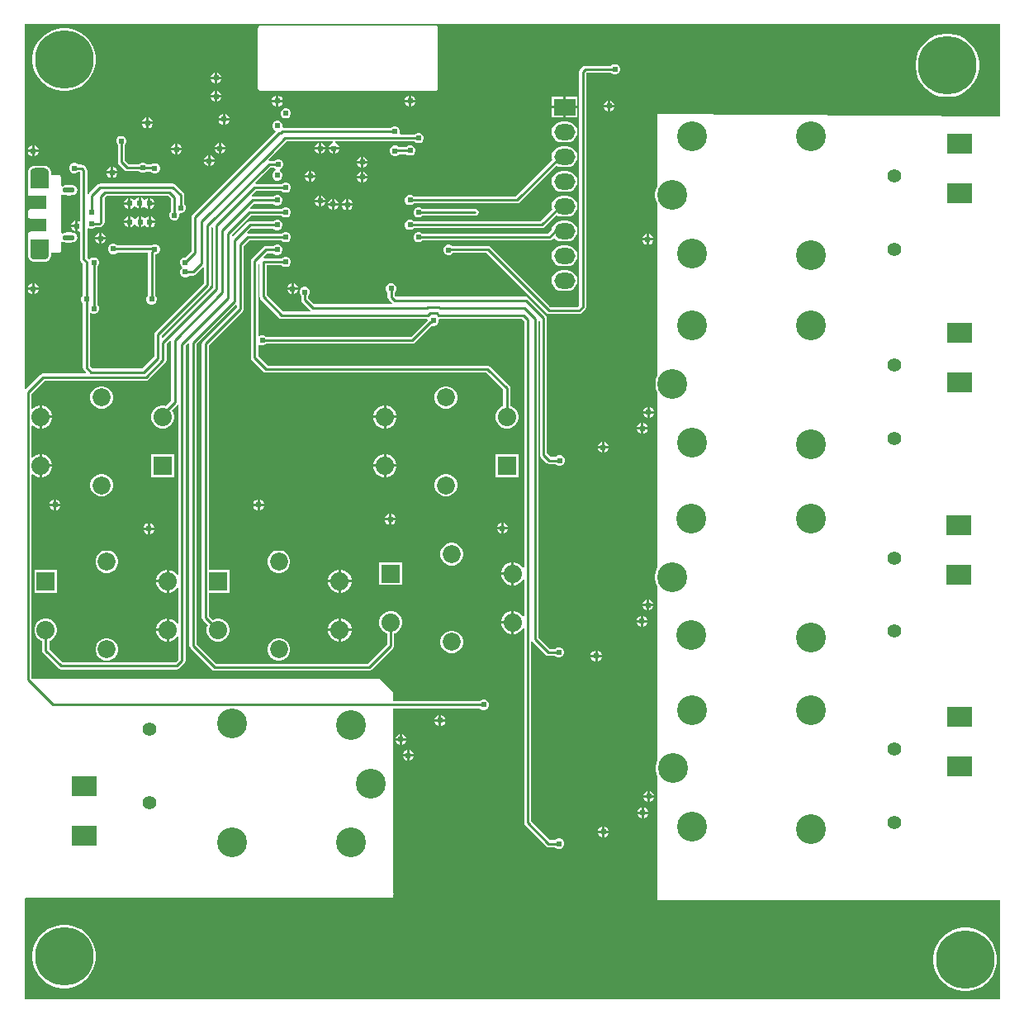
<source format=gbl>
G04*
G04 #@! TF.GenerationSoftware,Altium Limited,Altium Designer,21.9.2 (33)*
G04*
G04 Layer_Physical_Order=2*
G04 Layer_Color=16711680*
%FSTAX24Y24*%
%MOIN*%
G70*
G04*
G04 #@! TF.SameCoordinates,99FB27D3-1440-4BB7-B033-8997F9312AF3*
G04*
G04*
G04 #@! TF.FilePolarity,Positive*
G04*
G01*
G75*
%ADD10C,0.0100*%
%ADD70C,0.2362*%
%ADD71C,0.0551*%
%ADD72O,0.0850X0.0650*%
%ADD73R,0.0850X0.0650*%
%ADD74O,0.0492X0.0207*%
%ADD75O,0.0748X0.0374*%
%ADD76R,0.0738X0.0738*%
%ADD77C,0.0738*%
%ADD78C,0.0728*%
%ADD79C,0.1200*%
%ADD80R,0.0984X0.0787*%
%ADD81C,0.0240*%
G36*
X05513Y118351D02*
X05508Y11832D01*
X04131Y11844D01*
Y115509D01*
X041289Y115477D01*
X041237Y115351D01*
X04121Y115218D01*
Y115082D01*
X041237Y114949D01*
X041289Y114823D01*
X04131Y114791D01*
Y107863D01*
X041298Y107845D01*
X041246Y107719D01*
X041219Y107586D01*
Y10745D01*
X041246Y107317D01*
X041298Y107191D01*
X04131Y107173D01*
Y100113D01*
X041278Y100065D01*
X041226Y099939D01*
X041199Y099806D01*
Y09967D01*
X041226Y099537D01*
X041278Y099411D01*
X04131Y099363D01*
Y092338D01*
X041308Y092335D01*
X041256Y092209D01*
X041229Y092076D01*
Y09194D01*
X041256Y091807D01*
X041308Y091681D01*
X04131Y091678D01*
Y086836D01*
X041274Y086801D01*
X03063Y08697D01*
Y094437D01*
X034136D01*
X034171Y094402D01*
X034248Y09437D01*
X034332D01*
X034409Y094402D01*
X034468Y094461D01*
X0345Y094538D01*
Y094622D01*
X034468Y094699D01*
X034409Y094758D01*
X034332Y09479D01*
X034248D01*
X034171Y094758D01*
X034136Y094723D01*
X03063D01*
Y09505D01*
X03065Y09507D01*
X03009Y09563D01*
X016052D01*
X016023Y095659D01*
Y103872D01*
X016073Y103892D01*
X016115Y10385D01*
X016222Y103789D01*
X016341Y103757D01*
X016353D01*
Y104226D01*
Y104695D01*
X016341D01*
X016222Y104663D01*
X016115Y104601D01*
X016073Y104559D01*
X016023Y10458D01*
Y10584D01*
X016073Y105861D01*
X016115Y105819D01*
X016222Y105757D01*
X016341Y105725D01*
X016353D01*
Y106194D01*
Y106663D01*
X016341D01*
X016222Y106631D01*
X016115Y10657D01*
X016073Y106528D01*
X016023Y106548D01*
Y107131D01*
X016549Y107657D01*
X02065D01*
X02065Y107657D01*
X020705Y107668D01*
X020751Y107699D01*
X021441Y108389D01*
X021441Y108389D01*
X021472Y108435D01*
X021483Y10849D01*
Y109131D01*
X021627Y109275D01*
X021677Y109255D01*
Y106861D01*
X021452Y106635D01*
X021384Y106653D01*
X021263D01*
X021147Y106622D01*
X021042Y106562D01*
X020957Y106476D01*
X020896Y106371D01*
X020865Y106255D01*
Y106134D01*
X020896Y106017D01*
X020957Y105912D01*
X021042Y105827D01*
X021147Y105766D01*
X021263Y105735D01*
X021384D01*
X021501Y105766D01*
X021606Y105827D01*
X021691Y105912D01*
X021752Y106017D01*
X021783Y106134D01*
Y106255D01*
X021752Y106371D01*
X021693Y106473D01*
X021917Y106697D01*
X021933Y106696D01*
X021967Y10668D01*
Y099843D01*
X021919Y09983D01*
X021906Y099852D01*
X021819Y09994D01*
X021712Y100001D01*
X021592Y100033D01*
X021581D01*
Y099564D01*
Y099095D01*
X021592D01*
X021712Y099127D01*
X021819Y099189D01*
X021906Y099276D01*
X021919Y099299D01*
X021967Y099286D01*
Y097874D01*
X021919Y097861D01*
X021906Y097884D01*
X021819Y097971D01*
X021712Y098033D01*
X021592Y098065D01*
X021581D01*
Y097596D01*
Y097127D01*
X021592D01*
X021712Y097159D01*
X021819Y09722D01*
X021906Y097308D01*
X021919Y09733D01*
X021967Y097317D01*
Y096407D01*
X021853Y096293D01*
X017289D01*
X016752Y09683D01*
Y097159D01*
X016787Y097168D01*
X016891Y097228D01*
X016977Y097314D01*
X017037Y097419D01*
X017068Y097535D01*
Y097656D01*
X017037Y097773D01*
X016977Y097878D01*
X016891Y097963D01*
X016787Y098024D01*
X01667Y098055D01*
X016549D01*
X016432Y098024D01*
X016327Y097963D01*
X016242Y097878D01*
X016182Y097773D01*
X01615Y097656D01*
Y097535D01*
X016182Y097419D01*
X016242Y097314D01*
X016327Y097228D01*
X016432Y097168D01*
X016467Y097159D01*
Y096771D01*
X016467Y096771D01*
X016477Y096716D01*
X016508Y09667D01*
X017129Y096049D01*
X017129Y096049D01*
X017175Y096018D01*
X01723Y096007D01*
X021912D01*
X021912Y096007D01*
X021966Y096018D01*
X022013Y096049D01*
X022211Y096247D01*
X022211Y096247D01*
X022242Y096294D01*
X022253Y096348D01*
X022253Y096348D01*
Y109072D01*
X022357Y109176D01*
X022407Y109155D01*
Y09697D01*
X022407Y09697D01*
X022418Y096915D01*
X022449Y096869D01*
X023329Y095989D01*
X023329Y095989D01*
X023375Y095958D01*
X02343Y095947D01*
X02343Y095947D01*
X029653D01*
X029653Y095947D01*
X029708Y095958D01*
X029754Y095989D01*
X030638Y096872D01*
X030638Y096872D01*
X030669Y096919D01*
X030679Y096973D01*
X030679Y096973D01*
Y097461D01*
X030714Y097471D01*
X030819Y097531D01*
X030904Y097617D01*
X030964Y097721D01*
X030996Y097838D01*
Y097959D01*
X030964Y098076D01*
X030904Y09818D01*
X030819Y098266D01*
X030714Y098326D01*
X030597Y098358D01*
X030476D01*
X030359Y098326D01*
X030255Y098266D01*
X030169Y09818D01*
X030109Y098076D01*
X030078Y097959D01*
Y097838D01*
X030109Y097721D01*
X030169Y097617D01*
X030255Y097531D01*
X030359Y097471D01*
X030394Y097461D01*
Y097032D01*
X029594Y096233D01*
X023489D01*
X022693Y097029D01*
Y109123D01*
X024277Y110708D01*
X024327Y110687D01*
Y110625D01*
X022949Y109247D01*
X022918Y1092D01*
X022907Y109146D01*
X022907Y109146D01*
Y098103D01*
X022907Y098103D01*
X022918Y098049D01*
X022949Y098003D01*
X023148Y097804D01*
X02313Y097773D01*
X023099Y097656D01*
Y097535D01*
X02313Y097419D01*
X02319Y097314D01*
X023276Y097228D01*
X023381Y097168D01*
X023497Y097137D01*
X023618D01*
X023735Y097168D01*
X02384Y097228D01*
X023925Y097314D01*
X023986Y097419D01*
X024017Y097535D01*
Y097656D01*
X023986Y097773D01*
X023925Y097878D01*
X02384Y097963D01*
X023735Y098024D01*
X023618Y098055D01*
X023497D01*
X023381Y098024D01*
X02335Y098006D01*
X023193Y098163D01*
Y099105D01*
X024017D01*
Y100023D01*
X023193D01*
Y109087D01*
X024571Y110465D01*
X024571Y110465D01*
X024602Y110511D01*
X024613Y110566D01*
Y113101D01*
X024819Y113308D01*
X026146D01*
X026182Y113273D01*
X026259Y113241D01*
X026342D01*
X02642Y113273D01*
X026479Y113332D01*
X026511Y113409D01*
Y113492D01*
X026479Y11357D01*
X02642Y113629D01*
X026342Y113661D01*
X026259D01*
X026182Y113629D01*
X026146Y113593D01*
X024766D01*
X024755Y113607D01*
X024743Y113641D01*
X024909Y113807D01*
X025806D01*
X025841Y113772D01*
X025918Y11374D01*
X026002D01*
X026079Y113772D01*
X026138Y113831D01*
X02617Y113908D01*
Y113992D01*
X026138Y114069D01*
X026079Y114128D01*
X026002Y11416D01*
X025918D01*
X025841Y114128D01*
X025806Y114093D01*
X02485D01*
X024795Y114082D01*
X024749Y114051D01*
X024749Y114051D01*
X024178Y11348D01*
X024129Y113499D01*
X024125Y113534D01*
X024899Y114308D01*
X026146D01*
X026182Y114273D01*
X026259Y114241D01*
X026342D01*
X02642Y114273D01*
X026479Y114332D01*
X026511Y114409D01*
Y114492D01*
X026479Y11457D01*
X02642Y114629D01*
X026342Y114661D01*
X026259D01*
X026182Y114629D01*
X026146Y114593D01*
X024876D01*
X024855Y114643D01*
X025019Y114807D01*
X025806D01*
X025841Y114772D01*
X025918Y11474D01*
X026002D01*
X026079Y114772D01*
X026138Y114831D01*
X02617Y114908D01*
Y114992D01*
X026138Y115069D01*
X026079Y115128D01*
X026002Y11516D01*
X025918D01*
X025841Y115128D01*
X025806Y115093D01*
X02496D01*
X02496Y115093D01*
X024941Y115089D01*
X024916Y115135D01*
X025089Y115308D01*
X026146D01*
X026182Y115273D01*
X026259Y115241D01*
X026342D01*
X02642Y115273D01*
X026479Y115332D01*
X026511Y115409D01*
Y115492D01*
X026479Y11557D01*
X02642Y115629D01*
X026342Y115661D01*
X026259D01*
X026182Y115629D01*
X026146Y115593D01*
X025096D01*
X025075Y115643D01*
X025679Y116247D01*
X025836D01*
X025871Y116212D01*
X025892Y116203D01*
Y116149D01*
X025841Y116128D01*
X025782Y116069D01*
X02575Y115992D01*
Y115908D01*
X025782Y115831D01*
X025841Y115772D01*
X025918Y11574D01*
X026002D01*
X026079Y115772D01*
X026138Y115831D01*
X02617Y115908D01*
Y115992D01*
X026138Y116069D01*
X026079Y116128D01*
X026058Y116137D01*
Y116191D01*
X026109Y116212D01*
X026168Y116271D01*
X0262Y116348D01*
Y116432D01*
X026168Y116509D01*
X026109Y116568D01*
X026032Y1166D01*
X025948D01*
X025871Y116568D01*
X025836Y116533D01*
X025632D01*
X025614Y116563D01*
X025611Y116582D01*
X025788Y116759D01*
X025788Y116759D01*
X026337Y117308D01*
X028192D01*
X028196Y11726D01*
X028115Y117227D01*
X028053Y117165D01*
X028023Y11709D01*
X028457D01*
X028427Y117165D01*
X028365Y117227D01*
X028284Y11726D01*
X028288Y117308D01*
X031504D01*
X03154Y117273D01*
X031617Y117241D01*
X031701D01*
X031778Y117273D01*
X031837Y117332D01*
X031869Y117409D01*
Y117493D01*
X031837Y11757D01*
X031778Y117629D01*
X031701Y117661D01*
X031617D01*
X03154Y117629D01*
X031504Y117594D01*
X030929D01*
X030896Y117644D01*
X03091Y117678D01*
Y117762D01*
X030878Y117839D01*
X030819Y117898D01*
X030742Y11793D01*
X030658D01*
X030581Y117898D01*
X030546Y117863D01*
X026205D01*
X02617Y117908D01*
Y117992D01*
X026138Y118069D01*
X026079Y118128D01*
X026002Y11816D01*
X025918D01*
X025841Y118128D01*
X025782Y118069D01*
X02575Y117992D01*
Y117908D01*
X025782Y117831D01*
X025841Y117772D01*
X025877Y117757D01*
X025886Y117708D01*
X022529Y114351D01*
X022498Y114305D01*
X022487Y11425D01*
X022487Y11425D01*
Y112879D01*
X022248Y11264D01*
X022198D01*
X022121Y112608D01*
X022062Y112549D01*
X02203Y112472D01*
Y112388D01*
X022062Y112311D01*
X0221Y112273D01*
X022115Y11224D01*
X0221Y112207D01*
X022062Y112169D01*
X02203Y112092D01*
Y112008D01*
X022062Y111931D01*
X022121Y111872D01*
X022198Y11184D01*
X022282D01*
X022359Y111872D01*
X022394Y111907D01*
X02256D01*
X02256Y111907D01*
X022615Y111918D01*
X022661Y111949D01*
X022951Y112239D01*
X022997Y11222D01*
Y111589D01*
X021039Y109631D01*
X021008Y109585D01*
X020997Y10953D01*
X020997Y10953D01*
Y108632D01*
X020508Y108143D01*
X018489D01*
X018393Y108239D01*
Y110375D01*
X018439Y110394D01*
X018441Y110392D01*
X018518Y11036D01*
X018602D01*
X018679Y110392D01*
X018738Y110451D01*
X01877Y110528D01*
Y110612D01*
X018738Y110689D01*
X018703Y110724D01*
Y112276D01*
X018738Y112311D01*
X01877Y112388D01*
Y112472D01*
X018738Y112549D01*
X018679Y112608D01*
X018602Y11264D01*
X018518D01*
X018441Y112608D01*
X018407Y112574D01*
X018379Y112571D01*
X018343Y112575D01*
X018288Y11263D01*
Y1138D01*
X018334Y113819D01*
X018341Y113812D01*
X018418Y11378D01*
X018502D01*
X018579Y113812D01*
X018614Y113847D01*
X018781D01*
X018781Y113847D01*
X018836Y113858D01*
X018882Y113889D01*
X018941Y113948D01*
X018941Y113948D01*
X018972Y113994D01*
X018983Y114049D01*
Y115031D01*
X019069Y115117D01*
X021551D01*
X021657Y115011D01*
Y114494D01*
X021622Y114459D01*
X02159Y114382D01*
Y114298D01*
X021622Y114221D01*
X021681Y114162D01*
X021758Y11413D01*
X021842D01*
X021919Y114162D01*
X021978Y114221D01*
X02201Y114298D01*
Y114382D01*
X022009Y114384D01*
X022044Y11443D01*
X022102D01*
X022179Y114462D01*
X022238Y114521D01*
X02227Y114598D01*
Y114682D01*
X022238Y114759D01*
X022205Y114791D01*
Y115149D01*
X022205Y115149D01*
X022195Y115204D01*
X022164Y11525D01*
X022164Y11525D01*
X02184Y115574D01*
X021794Y115605D01*
X021739Y115615D01*
X021739Y115615D01*
X018803D01*
X018803Y115615D01*
X018748Y115605D01*
X018702Y115574D01*
X018702Y115574D01*
X018352Y115224D01*
X018338Y115203D01*
X018288Y115218D01*
Y116145D01*
X018277Y116199D01*
X018246Y116246D01*
X018246Y116246D01*
X018151Y116341D01*
X018105Y116372D01*
X01805Y116383D01*
X01805Y116383D01*
X017914D01*
X017879Y116418D01*
X017802Y11645D01*
X017718D01*
X017641Y116418D01*
X017582Y116359D01*
X01755Y116282D01*
Y116198D01*
X017582Y116121D01*
X017641Y116062D01*
X017718Y11603D01*
X017802D01*
X017879Y116062D01*
X017914Y116097D01*
X017991D01*
X018003Y116086D01*
Y114133D01*
X017953Y1141D01*
X01791Y114117D01*
Y1139D01*
Y113683D01*
X017953Y1137D01*
X018003Y113667D01*
Y112571D01*
X018003Y112571D01*
X018013Y112517D01*
X018044Y11247D01*
X018107Y112407D01*
Y111104D01*
X018072Y111069D01*
X01804Y110992D01*
Y110908D01*
X018072Y110831D01*
X018107Y110796D01*
Y10818D01*
X018107Y10818D01*
X018118Y108125D01*
X018149Y108079D01*
X018239Y107989D01*
X01822Y107943D01*
X01649D01*
X016435Y107932D01*
X016389Y107901D01*
X016389Y107901D01*
X015798Y10731D01*
X015748Y107331D01*
Y122047D01*
X05513D01*
Y118351D01*
D02*
G37*
G36*
X023357Y11383D02*
Y111409D01*
X021329Y109381D01*
X021283Y1094D01*
Y109471D01*
X023241Y111429D01*
X023241Y111429D01*
X023272Y111475D01*
X023283Y11153D01*
X023283Y11153D01*
Y113835D01*
X023307Y113853D01*
X023357Y11383D01*
D02*
G37*
G36*
X04129Y0868D02*
Y08669D01*
X05511D01*
X05512Y086686D01*
Y08268D01*
X015785Y082675D01*
X01575Y082711D01*
Y086765D01*
X015785Y0868D01*
X030584Y08679D01*
X03064Y08679D01*
X03063Y0868D01*
X03063Y08684D01*
Y086934D01*
X030666Y086969D01*
X04129Y0868D01*
D02*
G37*
%LPC*%
G36*
X039622Y12044D02*
X039538D01*
X039461Y120408D01*
X039426Y120373D01*
X03838D01*
X038325Y120362D01*
X038279Y120331D01*
X038279Y120331D01*
X038179Y120231D01*
X038148Y120185D01*
X038137Y12013D01*
X038137Y12013D01*
Y110699D01*
X038071Y110633D01*
X036979D01*
X03456Y113051D01*
X034514Y113082D01*
X034459Y113093D01*
X034459Y113093D01*
X033014D01*
X032989Y113118D01*
X032912Y11315D01*
X032828D01*
X032751Y113118D01*
X032692Y113059D01*
X03266Y112982D01*
Y112898D01*
X032692Y112821D01*
X032751Y112762D01*
X032828Y11273D01*
X032912D01*
X032989Y112762D01*
X033035Y112808D01*
X0344D01*
X036819Y110389D01*
X036819Y110389D01*
X036865Y110358D01*
X03692Y110347D01*
X03692Y110347D01*
X03813D01*
X03813Y110347D01*
X038185Y110358D01*
X038231Y110389D01*
X038381Y110539D01*
X038412Y110585D01*
X038423Y11064D01*
X038423Y11064D01*
Y120071D01*
X038439Y120087D01*
X039426D01*
X039461Y120052D01*
X039538Y12002D01*
X039622D01*
X039699Y120052D01*
X039758Y120111D01*
X03979Y120188D01*
Y120272D01*
X039758Y120349D01*
X039699Y120408D01*
X039622Y12044D01*
D02*
G37*
G36*
X02353Y120097D02*
Y11993D01*
X023697D01*
X023667Y120005D01*
X023605Y120067D01*
X02353Y120097D01*
D02*
G37*
G36*
X02343D02*
X023355Y120067D01*
X023293Y120005D01*
X023263Y11993D01*
X02343D01*
Y120097D01*
D02*
G37*
G36*
X023697Y11983D02*
X02353D01*
Y119663D01*
X023605Y119693D01*
X023667Y119755D01*
X023697Y11983D01*
D02*
G37*
G36*
X02343D02*
X023263D01*
X023293Y119755D01*
X023355Y119693D01*
X02343Y119663D01*
Y11983D01*
D02*
G37*
G36*
X032353Y121991D02*
X025266D01*
X025231Y121984D01*
X025201Y121964D01*
X025181Y121934D01*
X025174Y121899D01*
Y119462D01*
X025181Y119427D01*
X025201Y119397D01*
X025231Y119378D01*
X025266Y119371D01*
X032353D01*
X032388Y119378D01*
X032418Y119397D01*
X032437Y119427D01*
X032444Y119462D01*
Y121899D01*
X032437Y121934D01*
X032418Y121964D01*
X032388Y121984D01*
X032353Y121991D01*
D02*
G37*
G36*
X01745Y121891D02*
X01725D01*
X017052Y12186D01*
X016862Y121798D01*
X016684Y121707D01*
X016522Y12159D01*
X01638Y121448D01*
X016263Y121286D01*
X016172Y121108D01*
X01611Y120918D01*
X016079Y12072D01*
Y12052D01*
X01611Y120322D01*
X016172Y120132D01*
X016263Y119954D01*
X01638Y119792D01*
X016522Y11965D01*
X016684Y119533D01*
X016862Y119442D01*
X017052Y11938D01*
X01725Y119349D01*
X01745D01*
X017648Y11938D01*
X017838Y119442D01*
X018016Y119533D01*
X018178Y11965D01*
X01832Y119792D01*
X018437Y119954D01*
X018528Y120132D01*
X01859Y120322D01*
X018621Y12052D01*
Y12072D01*
X01859Y120918D01*
X018528Y121108D01*
X018437Y121286D01*
X01832Y121448D01*
X018178Y12159D01*
X018016Y121707D01*
X017838Y121798D01*
X017648Y12186D01*
X01745Y121891D01*
D02*
G37*
G36*
X02353Y119357D02*
Y11919D01*
X023697D01*
X023667Y119265D01*
X023605Y119327D01*
X02353Y119357D01*
D02*
G37*
G36*
X02343D02*
X023355Y119327D01*
X023293Y119265D01*
X023263Y11919D01*
X02343D01*
Y119357D01*
D02*
G37*
G36*
X053101Y121671D02*
X052899D01*
X0527Y12164D01*
X052508Y121577D01*
X052329Y121486D01*
X052165Y121367D01*
X052023Y121225D01*
X051904Y121061D01*
X051813Y120882D01*
X05175Y12069D01*
X051719Y120491D01*
Y120289D01*
X05175Y12009D01*
X051813Y119898D01*
X051904Y119719D01*
X052023Y119555D01*
X052165Y119413D01*
X052329Y119294D01*
X052508Y119203D01*
X0527Y11914D01*
X052899Y119109D01*
X053101D01*
X0533Y11914D01*
X053492Y119203D01*
X053671Y119294D01*
X053835Y119413D01*
X053977Y119555D01*
X054096Y119719D01*
X054187Y119898D01*
X05425Y12009D01*
X054281Y120289D01*
Y120491D01*
X05425Y12069D01*
X054187Y120882D01*
X054096Y121061D01*
X053977Y121225D01*
X053835Y121367D01*
X053671Y121486D01*
X053492Y121577D01*
X0533Y12164D01*
X053101Y121671D01*
D02*
G37*
G36*
X031368Y119168D02*
Y119001D01*
X031536D01*
X031505Y119075D01*
X031443Y119137D01*
X031368Y119168D01*
D02*
G37*
G36*
X031268D02*
X031194Y119137D01*
X031132Y119075D01*
X031101Y119001D01*
X031268D01*
Y119168D01*
D02*
G37*
G36*
X02601Y119167D02*
Y119D01*
X026177D01*
X026147Y119075D01*
X026085Y119137D01*
X02601Y119167D01*
D02*
G37*
G36*
X02591D02*
X025835Y119137D01*
X025773Y119075D01*
X025743Y119D01*
X02591D01*
Y119167D01*
D02*
G37*
G36*
X023697Y11909D02*
X02353D01*
Y118923D01*
X023605Y118953D01*
X023667Y119015D01*
X023697Y11909D01*
D02*
G37*
G36*
X02343D02*
X023263D01*
X023293Y119015D01*
X023355Y118953D01*
X02343Y118923D01*
Y11909D01*
D02*
G37*
G36*
X0394Y118962D02*
Y118795D01*
X039567D01*
X039537Y118869D01*
X039475Y118931D01*
X0394Y118962D01*
D02*
G37*
G36*
X0393D02*
X039225Y118931D01*
X039163Y118869D01*
X039133Y118795D01*
X0393D01*
Y118962D01*
D02*
G37*
G36*
X038075Y119125D02*
X0376D01*
Y11875D01*
X038075D01*
Y119125D01*
D02*
G37*
G36*
X0375D02*
X037025D01*
Y11875D01*
X0375D01*
Y119125D01*
D02*
G37*
G36*
X031536Y118901D02*
X031368D01*
Y118733D01*
X031443Y118764D01*
X031505Y118826D01*
X031536Y118901D01*
D02*
G37*
G36*
X031268D02*
X031101D01*
X031132Y118826D01*
X031194Y118764D01*
X031268Y118733D01*
Y118901D01*
D02*
G37*
G36*
X026177Y1189D02*
X02601D01*
Y118733D01*
X026085Y118763D01*
X026147Y118825D01*
X026177Y1189D01*
D02*
G37*
G36*
X02591D02*
X025743D01*
X025773Y118825D01*
X025835Y118763D01*
X02591Y118733D01*
Y1189D01*
D02*
G37*
G36*
X039567Y118695D02*
X0394D01*
Y118527D01*
X039475Y118558D01*
X039537Y11862D01*
X039567Y118695D01*
D02*
G37*
G36*
X0393D02*
X039133D01*
X039163Y11862D01*
X039225Y118558D01*
X0393Y118527D01*
Y118695D01*
D02*
G37*
G36*
X038075Y11865D02*
X0376D01*
Y118275D01*
X038075D01*
Y11865D01*
D02*
G37*
G36*
X0375D02*
X037025D01*
Y118275D01*
X0375D01*
Y11865D01*
D02*
G37*
G36*
X02385Y118427D02*
Y11826D01*
X024017D01*
X023987Y118335D01*
X023925Y118397D01*
X02385Y118427D01*
D02*
G37*
G36*
X02375D02*
X023675Y118397D01*
X023613Y118335D01*
X023583Y11826D01*
X02375D01*
Y118427D01*
D02*
G37*
G36*
X026342Y118661D02*
X026259D01*
X026182Y118629D01*
X026123Y11857D01*
X026091Y118492D01*
Y118409D01*
X026123Y118332D01*
X026182Y118273D01*
X026259Y118241D01*
X026342D01*
X02642Y118273D01*
X026479Y118332D01*
X026511Y118409D01*
Y118492D01*
X026479Y11857D01*
X02642Y118629D01*
X026342Y118661D01*
D02*
G37*
G36*
X020767Y118276D02*
Y118108D01*
X020934D01*
X020903Y118183D01*
X020841Y118245D01*
X020767Y118276D01*
D02*
G37*
G36*
X020667D02*
X020592Y118245D01*
X02053Y118183D01*
X020499Y118108D01*
X020667D01*
Y118276D01*
D02*
G37*
G36*
X024017Y11816D02*
X02385D01*
Y117993D01*
X023925Y118023D01*
X023987Y118085D01*
X024017Y11816D01*
D02*
G37*
G36*
X02375D02*
X023583D01*
X023613Y118085D01*
X023675Y118023D01*
X02375Y117993D01*
Y11816D01*
D02*
G37*
G36*
X020934Y118008D02*
X020767D01*
Y117841D01*
X020841Y117872D01*
X020903Y117934D01*
X020934Y118008D01*
D02*
G37*
G36*
X020667D02*
X020499D01*
X02053Y117934D01*
X020592Y117872D01*
X020667Y117841D01*
Y118008D01*
D02*
G37*
G36*
X03765Y118119D02*
X03745D01*
X037342Y118104D01*
X037241Y118062D01*
X037154Y117996D01*
X037088Y117909D01*
X037046Y117808D01*
X037031Y1177D01*
X037046Y117592D01*
X037088Y117491D01*
X037154Y117404D01*
X037241Y117338D01*
X037342Y117296D01*
X03745Y117281D01*
X03765D01*
X037758Y117296D01*
X037859Y117338D01*
X037946Y117404D01*
X038012Y117491D01*
X038054Y117592D01*
X038069Y1177D01*
X038054Y117808D01*
X038012Y117909D01*
X037946Y117996D01*
X037859Y118062D01*
X037758Y118104D01*
X03765Y118119D01*
D02*
G37*
G36*
X02369Y117257D02*
Y11709D01*
X023857D01*
X023827Y117165D01*
X023765Y117227D01*
X02369Y117257D01*
D02*
G37*
G36*
X02359D02*
X023515Y117227D01*
X023453Y117165D01*
X023423Y11709D01*
X02359D01*
Y117257D01*
D02*
G37*
G36*
X03136Y117161D02*
X031276D01*
X031199Y117129D01*
X031159Y117088D01*
X030859D01*
X030829Y117118D01*
X030752Y11715D01*
X030668D01*
X030591Y117118D01*
X030532Y117059D01*
X0305Y116982D01*
Y116898D01*
X030532Y116821D01*
X030591Y116762D01*
X030668Y11673D01*
X030752D01*
X030829Y116762D01*
X03087Y116803D01*
X031169D01*
X031199Y116773D01*
X031276Y116741D01*
X03136D01*
X031437Y116773D01*
X031496Y116832D01*
X031528Y116909D01*
Y116992D01*
X031496Y11707D01*
X031437Y117129D01*
X03136Y117161D01*
D02*
G37*
G36*
X02773Y117247D02*
Y11708D01*
X027897D01*
X027867Y117155D01*
X027805Y117217D01*
X02773Y117247D01*
D02*
G37*
G36*
X02763D02*
X027555Y117217D01*
X027493Y117155D01*
X027463Y11708D01*
X02763D01*
Y117247D01*
D02*
G37*
G36*
X02194Y117217D02*
Y11705D01*
X022107D01*
X022077Y117125D01*
X022015Y117187D01*
X02194Y117217D01*
D02*
G37*
G36*
X02184D02*
X021765Y117187D01*
X021703Y117125D01*
X021673Y11705D01*
X02184D01*
Y117217D01*
D02*
G37*
G36*
X016149Y11715D02*
Y116982D01*
X016316D01*
X016285Y117057D01*
X016223Y117119D01*
X016149Y11715D01*
D02*
G37*
G36*
X016049D02*
X015974Y117119D01*
X015912Y117057D01*
X015881Y116982D01*
X016049D01*
Y11715D01*
D02*
G37*
G36*
X028457Y11699D02*
X02829D01*
Y116823D01*
X028365Y116853D01*
X028427Y116915D01*
X028457Y11699D01*
D02*
G37*
G36*
X02819D02*
X028023D01*
X028053Y116915D01*
X028115Y116853D01*
X02819Y116823D01*
Y11699D01*
D02*
G37*
G36*
X023857D02*
X02369D01*
Y116823D01*
X023765Y116853D01*
X023827Y116915D01*
X023857Y11699D01*
D02*
G37*
G36*
X02359D02*
X023423D01*
X023453Y116915D01*
X023515Y116853D01*
X02359Y116823D01*
Y11699D01*
D02*
G37*
G36*
X027897Y11698D02*
X02773D01*
Y116813D01*
X027805Y116843D01*
X027867Y116905D01*
X027897Y11698D01*
D02*
G37*
G36*
X02763D02*
X027463D01*
X027493Y116905D01*
X027555Y116843D01*
X02763Y116813D01*
Y11698D01*
D02*
G37*
G36*
X022107Y11695D02*
X02194D01*
Y116783D01*
X022015Y116813D01*
X022077Y116875D01*
X022107Y11695D01*
D02*
G37*
G36*
X02184D02*
X021673D01*
X021703Y116875D01*
X021765Y116813D01*
X02184Y116783D01*
Y11695D01*
D02*
G37*
G36*
X016316Y116882D02*
X016149D01*
Y116715D01*
X016223Y116746D01*
X016285Y116808D01*
X016316Y116882D01*
D02*
G37*
G36*
X016049D02*
X015881D01*
X015912Y116808D01*
X015974Y116746D01*
X016049Y116715D01*
Y116882D01*
D02*
G37*
G36*
X02326Y116747D02*
Y11658D01*
X023427D01*
X023397Y116655D01*
X023335Y116717D01*
X02326Y116747D01*
D02*
G37*
G36*
X02316D02*
X023085Y116717D01*
X023023Y116655D01*
X022993Y11658D01*
X02316D01*
Y116747D01*
D02*
G37*
G36*
X02943Y116697D02*
Y11653D01*
X029597D01*
X029567Y116605D01*
X029505Y116667D01*
X02943Y116697D01*
D02*
G37*
G36*
X02933D02*
X029255Y116667D01*
X029193Y116605D01*
X029163Y11653D01*
X02933D01*
Y116697D01*
D02*
G37*
G36*
X016537Y116335D02*
X016183D01*
X016181Y116335D01*
X016179Y116335D01*
X016169Y116334D01*
X016167Y116334D01*
X016166Y116334D01*
X016155Y116333D01*
X016154Y116333D01*
X016152Y116333D01*
X016142Y116332D01*
X016138Y116331D01*
X016135Y116331D01*
X016125Y116329D01*
X016123Y116328D01*
X01612Y116328D01*
X016111Y116326D01*
X016109Y116325D01*
X016108Y116325D01*
X016098Y116322D01*
X016094Y11632D01*
X01609Y11632D01*
X01608Y116316D01*
X016079Y116315D01*
X016077Y116315D01*
X016068Y116311D01*
X016066Y11631D01*
X016065Y11631D01*
X016055Y116305D01*
X016052Y116303D01*
X016048Y116302D01*
X016039Y116297D01*
X016037Y116295D01*
X016035Y116294D01*
X016026Y116289D01*
X016026Y116289D01*
X016018Y116283D01*
X016015Y11628D01*
X016011Y116279D01*
X016003Y116272D01*
X016002Y116271D01*
X015999Y116269D01*
X015992Y116263D01*
X01599Y116261D01*
X015988Y116259D01*
X01598Y116252D01*
X015979Y11625D01*
X015977Y116249D01*
X01597Y116241D01*
X015968Y116239D01*
X015966Y116238D01*
X01596Y11623D01*
X015959Y116228D01*
X015957Y116226D01*
X01595Y116218D01*
X015949Y116214D01*
X015946Y116211D01*
X01594Y116203D01*
X01594Y116203D01*
X01594Y116203D01*
X015935Y116194D01*
X015934Y116192D01*
X015932Y11619D01*
X015927Y116181D01*
X015926Y116177D01*
X015924Y116174D01*
X01592Y116164D01*
X015919Y116163D01*
X015918Y116162D01*
X015914Y116152D01*
X015914Y11615D01*
X015913Y116149D01*
X01591Y11614D01*
X015909Y116135D01*
X015907Y116131D01*
X015904Y116121D01*
X015904Y11612D01*
X015903Y116119D01*
X015901Y116109D01*
X015901Y116107D01*
X0159Y116105D01*
X015898Y116094D01*
X015898Y116091D01*
X015897Y116088D01*
X015896Y116077D01*
X015896Y116076D01*
X015896Y116074D01*
X015895Y116064D01*
X015895Y116062D01*
X015895Y11606D01*
X015894Y11605D01*
X015895Y116048D01*
X015894Y116046D01*
Y11578D01*
X015894Y115776D01*
X015894Y115771D01*
Y115416D01*
Y1152D01*
X015901Y115165D01*
X015921Y115135D01*
X015951Y115115D01*
X015986Y115108D01*
X016642D01*
Y114583D01*
X015986D01*
X015951Y114576D01*
X015921Y114556D01*
X015901Y114526D01*
X015894Y114491D01*
Y114294D01*
X015901Y114259D01*
X015921Y114229D01*
X015951Y11421D01*
X015986Y114203D01*
X016642D01*
Y113677D01*
X015986D01*
X015951Y11367D01*
X015921Y113651D01*
X015901Y113621D01*
X015894Y113586D01*
Y113369D01*
Y113015D01*
X015894Y11301D01*
X015894Y113005D01*
Y112739D01*
X015895Y112737D01*
X015894Y112736D01*
X015895Y112725D01*
X015895Y112724D01*
X015895Y112722D01*
X015896Y112712D01*
X015896Y11271D01*
X015896Y112708D01*
X015897Y112698D01*
X015898Y112695D01*
X015898Y112691D01*
X0159Y112681D01*
X015901Y112679D01*
X015901Y112677D01*
X015903Y112667D01*
X015904Y112666D01*
X015904Y112665D01*
X015907Y112654D01*
X015909Y11265D01*
X01591Y112646D01*
X015913Y112637D01*
X015914Y112635D01*
X015914Y112633D01*
X015918Y112624D01*
X015919Y112623D01*
X01592Y112621D01*
X015924Y112612D01*
X015926Y112608D01*
X015927Y112605D01*
X015932Y112596D01*
X015934Y112594D01*
X015935Y112592D01*
X01594Y112583D01*
X01594Y112583D01*
X01594Y112583D01*
X015946Y112574D01*
X015949Y112571D01*
X01595Y112568D01*
X015957Y11256D01*
X015959Y112558D01*
X01596Y112556D01*
X015966Y112548D01*
X015968Y112546D01*
X01597Y112544D01*
X015977Y112537D01*
X015979Y112535D01*
X01598Y112533D01*
X015988Y112526D01*
X01599Y112525D01*
X015992Y112523D01*
X015999Y112516D01*
X016002Y112515D01*
X016003Y112513D01*
X016011Y112507D01*
X016015Y112505D01*
X016018Y112502D01*
X016035Y112491D01*
X016037Y11249D01*
X016039Y112489D01*
X016048Y112484D01*
X016052Y112483D01*
X016055Y11248D01*
X016065Y112476D01*
X016066Y112475D01*
X016068Y112475D01*
X016077Y112471D01*
X016079Y11247D01*
X01608Y112469D01*
X01609Y112466D01*
X016094Y112465D01*
X016098Y112463D01*
X016108Y11246D01*
X016109Y11246D01*
X016111Y11246D01*
X01612Y112457D01*
X016123Y112457D01*
X016125Y112457D01*
X016135Y112455D01*
X016138Y112455D01*
X016142Y112454D01*
X016152Y112452D01*
X016154Y112453D01*
X016155Y112452D01*
X016166Y112451D01*
X016167Y112451D01*
X016169Y112451D01*
X016179Y112451D01*
X016181Y112451D01*
X016183Y112451D01*
X016537D01*
X016539Y112451D01*
X016541Y112451D01*
X016551Y112451D01*
X016553Y112451D01*
X016554Y112451D01*
X016565Y112452D01*
X016566Y112453D01*
X016568Y112452D01*
X016578Y112454D01*
X016582Y112455D01*
X016585Y112455D01*
X016595Y112457D01*
X016597Y112457D01*
X0166Y112457D01*
X016609Y11246D01*
X016611Y11246D01*
X016612Y11246D01*
X016622Y112463D01*
X016626Y112465D01*
X01663Y112466D01*
X01664Y112469D01*
X016641Y11247D01*
X016643Y112471D01*
X016652Y112475D01*
X016654Y112476D01*
X016655Y112476D01*
X016665Y11248D01*
X016668Y112483D01*
X016672Y112484D01*
X016681Y112489D01*
X016683Y11249D01*
X016685Y112491D01*
X016702Y112502D01*
X016705Y112505D01*
X016709Y112507D01*
X016717Y112513D01*
X016718Y112515D01*
X016721Y112516D01*
X016728Y112523D01*
X01673Y112525D01*
X016732Y112526D01*
X01674Y112533D01*
X016741Y112535D01*
X016743Y112537D01*
X01675Y112544D01*
X016752Y112546D01*
X016754Y112548D01*
X01676Y112556D01*
X016761Y112558D01*
X016763Y11256D01*
X01677Y112568D01*
X016771Y112571D01*
X016774Y112574D01*
X016785Y112592D01*
X016786Y112594D01*
X016788Y112596D01*
X016793Y112605D01*
X016794Y112608D01*
X016796Y112612D01*
X016801Y112621D01*
X016801Y112623D01*
X016802Y112624D01*
X016806Y112633D01*
X016806Y112635D01*
X016807Y112637D01*
X01681Y112646D01*
X016811Y11265D01*
X016813Y112654D01*
X016816Y112665D01*
X016816Y112666D01*
X016817Y112667D01*
X016819Y112677D01*
X016819Y112679D01*
X01682Y112681D01*
X016822Y112691D01*
X016822Y112695D01*
X016823Y112698D01*
X016824Y112708D01*
X016824Y11271D01*
X016824Y112712D01*
X016825Y112722D01*
X016825Y112724D01*
X016825Y112725D01*
X016826Y112736D01*
X016825Y112737D01*
X016826Y112739D01*
Y112825D01*
X017147D01*
X017183Y112832D01*
X017212Y112851D01*
X017232Y112881D01*
X017239Y112916D01*
Y113252D01*
X017289Y113278D01*
X017323Y113256D01*
X017398Y113241D01*
X017404D01*
X017417Y113233D01*
X017502Y113216D01*
X01758D01*
X017666Y113233D01*
X017678Y113241D01*
X017684D01*
X017759Y113256D01*
X017823Y113299D01*
X017866Y113363D01*
X017881Y113438D01*
X017866Y113513D01*
X017823Y113577D01*
X017759Y11362D01*
X017684Y113635D01*
X017678D01*
X017666Y113643D01*
X01758Y11366D01*
X017502D01*
X017417Y113643D01*
X017404Y113635D01*
X017398D01*
X017323Y11362D01*
X017289Y113598D01*
X017239Y113624D01*
Y115161D01*
X017289Y115188D01*
X017323Y115165D01*
X017398Y11515D01*
X017404D01*
X017417Y115142D01*
X017502Y115125D01*
X01758D01*
X017666Y115142D01*
X017678Y11515D01*
X017684D01*
X017759Y115165D01*
X017823Y115208D01*
X017866Y115272D01*
X017881Y115347D01*
X017866Y115423D01*
X017823Y115487D01*
X017759Y11553D01*
X017684Y115545D01*
X017678D01*
X017666Y115553D01*
X01758Y11557D01*
X017502D01*
X017417Y115553D01*
X017404Y115545D01*
X017398D01*
X017323Y11553D01*
X017289Y115507D01*
X017239Y115534D01*
Y115869D01*
X017232Y115904D01*
X017212Y115934D01*
X017183Y115954D01*
X017147Y115961D01*
X016826D01*
Y116046D01*
X016825Y116048D01*
X016826Y11605D01*
X016825Y11606D01*
X016825Y116062D01*
X016825Y116064D01*
X016824Y116074D01*
X016824Y116076D01*
X016824Y116077D01*
X016823Y116088D01*
X016822Y116091D01*
X016822Y116094D01*
X01682Y116105D01*
X016819Y116107D01*
X016819Y116109D01*
X016817Y116118D01*
X016816Y11612D01*
X016816Y116121D01*
X016813Y116131D01*
X016811Y116135D01*
X01681Y11614D01*
X016807Y116149D01*
X016806Y11615D01*
X016806Y116152D01*
X016802Y116162D01*
X016801Y116163D01*
X016801Y116164D01*
X016796Y116174D01*
X016794Y116177D01*
X016793Y116181D01*
X016788Y11619D01*
X016786Y116192D01*
X016785Y116194D01*
X016774Y116211D01*
X016771Y116214D01*
X01677Y116218D01*
X016763Y116226D01*
X016761Y116228D01*
X01676Y11623D01*
X016754Y116238D01*
X016752Y116239D01*
X01675Y116241D01*
X016743Y116249D01*
X016741Y11625D01*
X01674Y116252D01*
X016732Y116259D01*
X01673Y116261D01*
X016728Y116263D01*
X016721Y116269D01*
X016718Y116271D01*
X016717Y116272D01*
X016709Y116279D01*
X016705Y11628D01*
X016702Y116283D01*
X016685Y116294D01*
X016683Y116295D01*
X016681Y116297D01*
X016672Y116302D01*
X016668Y116303D01*
X016665Y116305D01*
X016655Y11631D01*
X016654Y11631D01*
X016652Y116311D01*
X016643Y116315D01*
X016641Y116315D01*
X01664Y116316D01*
X01663Y11632D01*
X016626Y11632D01*
X016622Y116322D01*
X016612Y116325D01*
X016611Y116325D01*
X016609Y116326D01*
X0166Y116328D01*
X016597Y116328D01*
X016595Y116329D01*
X016585Y116331D01*
X016582Y116331D01*
X016578Y116332D01*
X016568Y116333D01*
X016566Y116333D01*
X016565Y116333D01*
X016554Y116334D01*
X016553Y116334D01*
X016551Y116334D01*
X016541Y116335D01*
X016539Y116335D01*
X016537Y116335D01*
D02*
G37*
G36*
X023427Y11648D02*
X02326D01*
Y116313D01*
X023335Y116343D01*
X023397Y116405D01*
X023427Y11648D01*
D02*
G37*
G36*
X02316D02*
X022993D01*
X023023Y116405D01*
X023085Y116343D01*
X02316Y116313D01*
Y11648D01*
D02*
G37*
G36*
X03765Y117119D02*
X03745D01*
X037342Y117104D01*
X037241Y117063D01*
X037154Y116996D01*
X037088Y116909D01*
X037046Y116808D01*
X037031Y1167D01*
X037046Y116592D01*
X037053Y116575D01*
X035571Y115093D01*
X031472D01*
X031437Y115129D01*
X03136Y115161D01*
X031276D01*
X031199Y115129D01*
X03114Y11507D01*
X031108Y114992D01*
Y114909D01*
X03114Y114832D01*
X031199Y114773D01*
X031276Y114741D01*
X03136D01*
X031437Y114773D01*
X031472Y114808D01*
X035631D01*
X035631Y114808D01*
X035685Y114819D01*
X035731Y11485D01*
X037229Y116347D01*
X037241Y116337D01*
X037342Y116296D01*
X03745Y116281D01*
X03765D01*
X037758Y116296D01*
X037859Y116337D01*
X037946Y116404D01*
X038012Y116491D01*
X038054Y116592D01*
X038069Y1167D01*
X038054Y116808D01*
X038012Y116909D01*
X037946Y116996D01*
X037859Y117063D01*
X037758Y117104D01*
X03765Y117119D01*
D02*
G37*
G36*
X029597Y11643D02*
X02943D01*
Y116263D01*
X029505Y116293D01*
X029567Y116355D01*
X029597Y11643D01*
D02*
G37*
G36*
X02933D02*
X029163D01*
X029193Y116355D01*
X029255Y116293D01*
X02933Y116263D01*
Y11643D01*
D02*
G37*
G36*
X019342Y116277D02*
Y11611D01*
X019509D01*
X019478Y116185D01*
X019416Y116247D01*
X019342Y116277D01*
D02*
G37*
G36*
X019242D02*
X019167Y116247D01*
X019105Y116185D01*
X019074Y11611D01*
X019242D01*
Y116277D01*
D02*
G37*
G36*
X019702Y11754D02*
X019618D01*
X019541Y117508D01*
X019482Y117449D01*
X01945Y117372D01*
Y117288D01*
X019482Y117211D01*
X019517Y117176D01*
Y11649D01*
X019517Y11649D01*
X019528Y116435D01*
X019559Y116389D01*
X019789Y116159D01*
X019789Y116159D01*
X019835Y116128D01*
X01989Y116117D01*
X01989Y116117D01*
X020376D01*
X020411Y116082D01*
X020488Y11605D01*
X020572D01*
X020649Y116082D01*
X020669Y116102D01*
X020841D01*
X020891Y116052D01*
X020968Y11602D01*
X021052D01*
X021129Y116052D01*
X021188Y116111D01*
X02122Y116188D01*
Y116272D01*
X021188Y116349D01*
X021129Y116408D01*
X021052Y11644D01*
X020968D01*
X020891Y116408D01*
X020871Y116388D01*
X020699D01*
X020649Y116438D01*
X020572Y11647D01*
X020488D01*
X020411Y116438D01*
X020376Y116403D01*
X019949D01*
X019803Y116549D01*
Y117176D01*
X019838Y117211D01*
X01987Y117288D01*
Y117372D01*
X019838Y117449D01*
X019779Y117508D01*
X019702Y11754D01*
D02*
G37*
G36*
X02734Y116127D02*
Y11596D01*
X027507D01*
X027477Y116035D01*
X027415Y116097D01*
X02734Y116127D01*
D02*
G37*
G36*
X02724D02*
X027165Y116097D01*
X027103Y116035D01*
X027073Y11596D01*
X02724D01*
Y116127D01*
D02*
G37*
G36*
X02943Y116097D02*
Y11593D01*
X029597D01*
X029567Y116005D01*
X029505Y116067D01*
X02943Y116097D01*
D02*
G37*
G36*
X02933D02*
X029255Y116067D01*
X029193Y116005D01*
X029163Y11593D01*
X02933D01*
Y116097D01*
D02*
G37*
G36*
X019509Y11601D02*
X019342D01*
Y115843D01*
X019416Y115873D01*
X019478Y115935D01*
X019509Y11601D01*
D02*
G37*
G36*
X019242D02*
X019074D01*
X019105Y115935D01*
X019167Y115873D01*
X019242Y115843D01*
Y11601D01*
D02*
G37*
G36*
X027507Y11586D02*
X02734D01*
Y115693D01*
X027415Y115723D01*
X027477Y115785D01*
X027507Y11586D01*
D02*
G37*
G36*
X02724D02*
X027073D01*
X027103Y115785D01*
X027165Y115723D01*
X02724Y115693D01*
Y11586D01*
D02*
G37*
G36*
X029597Y11583D02*
X02943D01*
Y115663D01*
X029505Y115693D01*
X029567Y115755D01*
X029597Y11583D01*
D02*
G37*
G36*
X02933D02*
X029163D01*
X029193Y115755D01*
X029255Y115693D01*
X02933Y115663D01*
Y11583D01*
D02*
G37*
G36*
X03765Y116119D02*
X03745D01*
X037342Y116104D01*
X037241Y116062D01*
X037154Y115996D01*
X037088Y115909D01*
X037046Y115808D01*
X037031Y1157D01*
X037046Y115592D01*
X037088Y115491D01*
X037154Y115404D01*
X037241Y115337D01*
X037342Y115296D01*
X03745Y115281D01*
X03765D01*
X037758Y115296D01*
X037859Y115337D01*
X037946Y115404D01*
X038012Y115491D01*
X038054Y115592D01*
X038069Y1157D01*
X038054Y115808D01*
X038012Y115909D01*
X037946Y115996D01*
X037859Y116062D01*
X037758Y116104D01*
X03765Y116119D01*
D02*
G37*
G36*
X02773Y115127D02*
Y11496D01*
X027897D01*
X027867Y115035D01*
X027805Y115097D01*
X02773Y115127D01*
D02*
G37*
G36*
X02763D02*
X027555Y115097D01*
X027493Y115035D01*
X027463Y11496D01*
X02763D01*
Y115127D01*
D02*
G37*
G36*
X02035Y115057D02*
X020275Y115027D01*
X020213Y114965D01*
X020156Y114956D01*
X020115Y114997D01*
X02004Y115027D01*
Y11481D01*
Y114593D01*
X020115Y114623D01*
X020177Y114685D01*
X020234Y114694D01*
X020275Y114653D01*
X02035Y114623D01*
Y11484D01*
Y115057D01*
D02*
G37*
G36*
X02084Y115037D02*
Y11487D01*
X021007D01*
X020977Y114945D01*
X020915Y115007D01*
X02084Y115037D01*
D02*
G37*
G36*
X01994Y115027D02*
X019865Y114997D01*
X019803Y114935D01*
X019773Y11486D01*
X01994D01*
Y115027D01*
D02*
G37*
G36*
X02826Y114997D02*
Y11483D01*
X028427D01*
X028397Y114905D01*
X028335Y114967D01*
X02826Y114997D01*
D02*
G37*
G36*
X02816D02*
X028085Y114967D01*
X028023Y114905D01*
X027993Y11483D01*
X02816D01*
Y114997D01*
D02*
G37*
G36*
X02884Y114977D02*
Y11481D01*
X029007D01*
X028977Y114885D01*
X028915Y114947D01*
X02884Y114977D01*
D02*
G37*
G36*
X02874D02*
X028665Y114947D01*
X028603Y114885D01*
X028573Y11481D01*
X02874D01*
Y114977D01*
D02*
G37*
G36*
X027897Y11486D02*
X02773D01*
Y114693D01*
X027805Y114723D01*
X027867Y114785D01*
X027897Y11486D01*
D02*
G37*
G36*
X02763D02*
X027463D01*
X027493Y114785D01*
X027555Y114723D01*
X02763Y114693D01*
Y11486D01*
D02*
G37*
G36*
X021007Y11477D02*
X02084D01*
Y114603D01*
X020915Y114633D01*
X020977Y114695D01*
X021007Y11477D01*
D02*
G37*
G36*
X02045Y115057D02*
Y11484D01*
Y114623D01*
X020525Y114653D01*
X020554Y114683D01*
X020603Y114695D01*
X020665Y114633D01*
X02074Y114603D01*
Y11482D01*
Y115037D01*
X020665Y115007D01*
X020636Y114977D01*
X020587Y114965D01*
X020525Y115027D01*
X02045Y115057D01*
D02*
G37*
G36*
X01994Y11476D02*
X019773D01*
X019803Y114685D01*
X019865Y114623D01*
X01994Y114593D01*
Y11476D01*
D02*
G37*
G36*
X028427Y11473D02*
X02826D01*
Y114563D01*
X028335Y114593D01*
X028397Y114655D01*
X028427Y11473D01*
D02*
G37*
G36*
X02816D02*
X027993D01*
X028023Y114655D01*
X028085Y114593D01*
X02816Y114563D01*
Y11473D01*
D02*
G37*
G36*
X029007Y11471D02*
X02884D01*
Y114543D01*
X028915Y114573D01*
X028977Y114635D01*
X029007Y11471D01*
D02*
G37*
G36*
X02874D02*
X028573D01*
X028603Y114635D01*
X028665Y114573D01*
X02874Y114543D01*
Y11471D01*
D02*
G37*
G36*
X031701Y114661D02*
X031617D01*
X03154Y114629D01*
X031481Y11457D01*
X031449Y114493D01*
Y114409D01*
X031481Y114332D01*
X03154Y114273D01*
X031617Y114241D01*
X031701D01*
X031778Y114273D01*
X031813Y114308D01*
X033931D01*
X033931Y114308D01*
X033986Y114319D01*
X034032Y11435D01*
X034041Y114359D01*
X034072Y114405D01*
X034083Y11446D01*
X034072Y114515D01*
X034041Y114561D01*
X033995Y114592D01*
X03394Y114603D01*
X033895Y114594D01*
X031813D01*
X031778Y114629D01*
X031701Y114661D01*
D02*
G37*
G36*
X03765Y115119D02*
X03745D01*
X037342Y115104D01*
X037241Y115063D01*
X037154Y114996D01*
X037088Y114909D01*
X037046Y114808D01*
X037031Y1147D01*
X037046Y114592D01*
X037053Y114575D01*
X036571Y114093D01*
X031472D01*
X031437Y114129D01*
X03136Y114161D01*
X031276D01*
X031199Y114129D01*
X03114Y11407D01*
X031108Y113992D01*
Y113909D01*
X03114Y113832D01*
X031199Y113773D01*
X031276Y113741D01*
X03136D01*
X031437Y113773D01*
X031472Y113808D01*
X036631D01*
X036631Y113808D01*
X036685Y113819D01*
X036731Y11385D01*
X037229Y114347D01*
X037241Y114338D01*
X037342Y114296D01*
X03745Y114281D01*
X03765D01*
X037758Y114296D01*
X037859Y114338D01*
X037946Y114404D01*
X038012Y114491D01*
X038054Y114592D01*
X038069Y1147D01*
X038054Y114808D01*
X038012Y114909D01*
X037946Y114996D01*
X037859Y115063D01*
X037758Y115104D01*
X03765Y115119D01*
D02*
G37*
G36*
X02037Y114287D02*
X020295Y114257D01*
X020233Y114195D01*
X02023Y114186D01*
X02018D01*
X020177Y114195D01*
X020115Y114257D01*
X02004Y114287D01*
Y11407D01*
Y113853D01*
X020115Y113883D01*
X020177Y113945D01*
X02018Y113954D01*
X02023D01*
X020233Y113945D01*
X020295Y113883D01*
X02037Y113853D01*
Y11407D01*
Y114287D01*
D02*
G37*
G36*
X01994D02*
X019865Y114257D01*
X019803Y114195D01*
X019773Y11412D01*
X01994D01*
Y114287D01*
D02*
G37*
G36*
X02085Y114277D02*
Y11411D01*
X021017D01*
X020987Y114185D01*
X020925Y114247D01*
X02085Y114277D01*
D02*
G37*
G36*
X01781Y114117D02*
X017735Y114087D01*
X017673Y114025D01*
X017643Y11395D01*
X01781D01*
Y114117D01*
D02*
G37*
G36*
X01994Y11402D02*
X019773D01*
X019803Y113945D01*
X019865Y113883D01*
X01994Y113853D01*
Y11402D01*
D02*
G37*
G36*
X021017Y11401D02*
X02085D01*
Y113843D01*
X020925Y113873D01*
X020987Y113935D01*
X021017Y11401D01*
D02*
G37*
G36*
X02047Y114287D02*
Y11407D01*
Y113853D01*
X020545Y113883D01*
X020572Y113911D01*
X020613Y113935D01*
X020638Y113911D01*
X020675Y113873D01*
X02075Y113843D01*
Y11406D01*
Y114277D01*
X020675Y114247D01*
X020648Y114219D01*
X020607Y114195D01*
X020582Y114219D01*
X020545Y114257D01*
X02047Y114287D01*
D02*
G37*
G36*
X01781Y11385D02*
X017643D01*
X017673Y113775D01*
X017735Y113713D01*
X01781Y113683D01*
Y11385D01*
D02*
G37*
G36*
X03765Y114119D02*
X03745D01*
X037342Y114104D01*
X037241Y114062D01*
X037154Y113996D01*
X037088Y113909D01*
X037046Y113808D01*
X037037Y113744D01*
X036887Y113594D01*
X031813D01*
X031778Y113629D01*
X031701Y113661D01*
X031617D01*
X03154Y113629D01*
X031481Y11357D01*
X031449Y113493D01*
Y113409D01*
X031481Y113332D01*
X03154Y113273D01*
X031617Y113241D01*
X031701D01*
X031778Y113273D01*
X031813Y113308D01*
X036946D01*
X036946Y113308D01*
X037001Y113319D01*
X037047Y11335D01*
X037104Y113407D01*
X037154Y113404D01*
X037241Y113337D01*
X037342Y113296D01*
X03745Y113281D01*
X03765D01*
X037758Y113296D01*
X037859Y113337D01*
X037946Y113404D01*
X038012Y113491D01*
X038054Y113592D01*
X038069Y1137D01*
X038054Y113808D01*
X038012Y113909D01*
X037946Y113996D01*
X037859Y114062D01*
X037758Y114104D01*
X03765Y114119D01*
D02*
G37*
G36*
X018871Y113617D02*
Y11345D01*
X019038D01*
X019007Y113525D01*
X018946Y113587D01*
X018871Y113617D01*
D02*
G37*
G36*
X018771D02*
X018696Y113587D01*
X018634Y113525D01*
X018604Y11345D01*
X018771D01*
Y113617D01*
D02*
G37*
G36*
X04096Y113577D02*
Y11341D01*
X041127D01*
X041097Y113485D01*
X041035Y113547D01*
X04096Y113577D01*
D02*
G37*
G36*
X04086D02*
X040785Y113547D01*
X040723Y113485D01*
X040693Y11341D01*
X04086D01*
Y113577D01*
D02*
G37*
G36*
X019038Y11335D02*
X018871D01*
Y113183D01*
X018946Y113213D01*
X019007Y113275D01*
X019038Y11335D01*
D02*
G37*
G36*
X018771D02*
X018604D01*
X018634Y113275D01*
X018696Y113213D01*
X018771Y113183D01*
Y11335D01*
D02*
G37*
G36*
X041127Y11331D02*
X04096D01*
Y113143D01*
X041035Y113173D01*
X041097Y113235D01*
X041127Y11331D01*
D02*
G37*
G36*
X04086D02*
X040693D01*
X040723Y113235D01*
X040785Y113173D01*
X04086Y113143D01*
Y11331D01*
D02*
G37*
G36*
X026002Y11316D02*
X025918D01*
X025841Y113128D01*
X025806Y113093D01*
X02551D01*
X025455Y113082D01*
X025409Y113051D01*
X025409Y113051D01*
X024939Y112581D01*
X024908Y112535D01*
X024897Y11248D01*
X024897Y11248D01*
Y10859D01*
X024897Y10859D01*
X024908Y108535D01*
X024939Y108489D01*
X025399Y108029D01*
X025399Y108029D01*
X025445Y107998D01*
X0255Y107987D01*
X034381D01*
X035078Y10729D01*
Y106631D01*
X035043Y106622D01*
X034939Y106562D01*
X034853Y106476D01*
X034793Y106371D01*
X034762Y106255D01*
Y106134D01*
X034793Y106017D01*
X034853Y105912D01*
X034939Y105827D01*
X035043Y105766D01*
X03516Y105735D01*
X035281D01*
X035398Y105766D01*
X035503Y105827D01*
X035588Y105912D01*
X035648Y106017D01*
X03568Y106134D01*
Y106255D01*
X035648Y106371D01*
X035588Y106476D01*
X035503Y106562D01*
X035398Y106622D01*
X035363Y106631D01*
Y107349D01*
X035363Y107349D01*
X035353Y107404D01*
X035322Y10745D01*
X035322Y10745D01*
X034541Y108231D01*
X034495Y108262D01*
X03444Y108273D01*
X03444Y108273D01*
X025559D01*
X025183Y108649D01*
Y109095D01*
X025229Y109114D01*
X025231Y109112D01*
X025308Y10908D01*
X025392D01*
X025469Y109112D01*
X025504Y109147D01*
X031413D01*
X031413Y109147D01*
X031467Y109158D01*
X031514Y109189D01*
X0322Y109875D01*
X032212Y10987D01*
X032296D01*
X032373Y109902D01*
X032432Y109961D01*
X032464Y110038D01*
Y110109D01*
X032466Y110123D01*
X032504Y110157D01*
X035831D01*
X035917Y110071D01*
Y10901D01*
X035917Y10011D01*
X035867Y100096D01*
X035833Y100155D01*
X035746Y100242D01*
X035639Y100304D01*
X03552Y100336D01*
X035508D01*
Y099867D01*
Y099398D01*
X03552D01*
X035639Y09943D01*
X035746Y099492D01*
X035833Y099579D01*
X035867Y099638D01*
X035917Y099624D01*
X035917Y098141D01*
X035867Y098128D01*
X035833Y098186D01*
X035746Y098274D01*
X035639Y098336D01*
X03552Y098368D01*
X035508D01*
Y097898D01*
Y097429D01*
X03552D01*
X035639Y097461D01*
X035746Y097523D01*
X035833Y09761D01*
X035867Y097669D01*
X035917Y097656D01*
X035917Y08982D01*
X035917Y08982D01*
X035928Y089765D01*
X035959Y089719D01*
X036809Y088869D01*
X036809Y088869D01*
X036855Y088838D01*
X03691Y088827D01*
X03691Y088827D01*
X037176D01*
X037211Y088792D01*
X037288Y08876D01*
X037372D01*
X037449Y088792D01*
X037508Y088851D01*
X03754Y088928D01*
Y089012D01*
X037508Y089089D01*
X037449Y089148D01*
X037372Y08918D01*
X037288D01*
X037211Y089148D01*
X037176Y089113D01*
X036969D01*
X036203Y089879D01*
X036203Y097123D01*
X036253Y097139D01*
X036259Y097129D01*
X036799Y096589D01*
X036799Y096589D01*
X036845Y096558D01*
X0369Y096547D01*
X037166D01*
X037201Y096512D01*
X037278Y09648D01*
X037362D01*
X037439Y096512D01*
X037498Y096571D01*
X03753Y096648D01*
Y096732D01*
X037498Y096809D01*
X037439Y096868D01*
X037362Y0969D01*
X037278D01*
X037201Y096868D01*
X037166Y096833D01*
X036959D01*
X036503Y097289D01*
X036503Y10923D01*
Y110069D01*
X036553Y110096D01*
X036557Y110093D01*
Y10467D01*
X036557Y10467D01*
X036568Y104615D01*
X036599Y104569D01*
X036829Y104339D01*
X036829Y104339D01*
X036875Y104308D01*
X03693Y104297D01*
X03693Y104297D01*
X037196D01*
X037231Y104262D01*
X037308Y10423D01*
X037392D01*
X037469Y104262D01*
X037528Y104321D01*
X03756Y104398D01*
Y104482D01*
X037528Y104559D01*
X037469Y104618D01*
X037392Y10465D01*
X037308D01*
X037231Y104618D01*
X037196Y104583D01*
X036989D01*
X036843Y104729D01*
Y1102D01*
X036832Y110255D01*
X036801Y110301D01*
X036801Y110301D01*
X036101Y111001D01*
X036055Y111032D01*
X036Y111043D01*
X036Y111043D01*
X030739D01*
X030693Y111089D01*
Y111226D01*
X030728Y111261D01*
X03076Y111338D01*
Y111422D01*
X030728Y111499D01*
X030669Y111558D01*
X030592Y11159D01*
X030508D01*
X030431Y111558D01*
X030372Y111499D01*
X03034Y111422D01*
Y111338D01*
X030372Y111261D01*
X030407Y111226D01*
Y11103D01*
X030407Y11103D01*
X030418Y110975D01*
X030449Y110929D01*
X030579Y110799D01*
X030579Y110799D01*
X030589Y110793D01*
X030573Y110743D01*
X027439D01*
X027203Y110979D01*
Y111086D01*
X027238Y111121D01*
X02727Y111198D01*
Y111282D01*
X027238Y111359D01*
X027179Y111418D01*
X027102Y11145D01*
X027018D01*
X026941Y111418D01*
X026882Y111359D01*
X02685Y111282D01*
Y111198D01*
X026882Y111121D01*
X026917Y111086D01*
Y11092D01*
X026917Y11092D01*
X026928Y110865D01*
X026959Y110819D01*
X027279Y110499D01*
X027279Y110499D01*
X027289Y110493D01*
X027273Y110443D01*
X026189D01*
X025523Y111109D01*
Y112308D01*
X026146D01*
X026182Y112273D01*
X026259Y112241D01*
X026342D01*
X02642Y112273D01*
X026479Y112332D01*
X026511Y112409D01*
Y112492D01*
X026479Y11257D01*
X02642Y112629D01*
X026342Y112661D01*
X026259D01*
X026182Y112629D01*
X026146Y112593D01*
X025426D01*
X025405Y112643D01*
X025569Y112807D01*
X025806D01*
X025841Y112772D01*
X025918Y11274D01*
X026002D01*
X026079Y112772D01*
X026138Y112831D01*
X02617Y112908D01*
Y112992D01*
X026138Y113069D01*
X026079Y113128D01*
X026002Y11316D01*
D02*
G37*
G36*
X03765Y113119D02*
X03745D01*
X037342Y113104D01*
X037241Y113062D01*
X037154Y112996D01*
X037088Y112909D01*
X037046Y112808D01*
X037031Y1127D01*
X037046Y112592D01*
X037088Y112491D01*
X037154Y112404D01*
X037241Y112338D01*
X037342Y112296D01*
X03745Y112281D01*
X03765D01*
X037758Y112296D01*
X037859Y112338D01*
X037946Y112404D01*
X038012Y112491D01*
X038054Y112592D01*
X038069Y1127D01*
X038054Y112808D01*
X038012Y112909D01*
X037946Y112996D01*
X037859Y113062D01*
X037758Y113104D01*
X03765Y113119D01*
D02*
G37*
G36*
X016149Y11159D02*
Y111422D01*
X016316D01*
X016285Y111497D01*
X016223Y111559D01*
X016149Y11159D01*
D02*
G37*
G36*
X016049D02*
X015974Y111559D01*
X015912Y111497D01*
X015881Y111422D01*
X016049D01*
Y11159D01*
D02*
G37*
G36*
X026619Y111586D02*
Y111418D01*
X026787D01*
X026756Y111493D01*
X026694Y111555D01*
X026619Y111586D01*
D02*
G37*
G36*
X026519D02*
X026445Y111555D01*
X026383Y111493D01*
X026352Y111418D01*
X026519D01*
Y111586D01*
D02*
G37*
G36*
X03765Y112119D02*
X03745D01*
X037342Y112104D01*
X037241Y112063D01*
X037154Y111996D01*
X037088Y111909D01*
X037046Y111808D01*
X037031Y1117D01*
X037046Y111592D01*
X037088Y111491D01*
X037154Y111404D01*
X037241Y111337D01*
X037342Y111296D01*
X03745Y111281D01*
X03765D01*
X037758Y111296D01*
X037859Y111337D01*
X037946Y111404D01*
X038012Y111491D01*
X038054Y111592D01*
X038069Y1117D01*
X038054Y111808D01*
X038012Y111909D01*
X037946Y111996D01*
X037859Y112063D01*
X037758Y112104D01*
X03765Y112119D01*
D02*
G37*
G36*
X016316Y111322D02*
X016149D01*
Y111155D01*
X016223Y111186D01*
X016285Y111248D01*
X016316Y111322D01*
D02*
G37*
G36*
X016049D02*
X015881D01*
X015912Y111248D01*
X015974Y111186D01*
X016049Y111155D01*
Y111322D01*
D02*
G37*
G36*
X026787Y111318D02*
X026619D01*
Y111151D01*
X026694Y111182D01*
X026756Y111244D01*
X026787Y111318D01*
D02*
G37*
G36*
X026519D02*
X026352D01*
X026383Y111244D01*
X026445Y111182D01*
X026519Y111151D01*
Y111318D01*
D02*
G37*
G36*
X019372Y11319D02*
X019288D01*
X019211Y113158D01*
X019152Y113099D01*
X01912Y113022D01*
Y112938D01*
X019152Y112861D01*
X019211Y112802D01*
X019288Y11277D01*
X019372D01*
X019449Y112802D01*
X019484Y112837D01*
X020728D01*
X020737Y112826D01*
X020737Y112825D01*
Y111104D01*
X020702Y111069D01*
X02067Y110992D01*
Y110908D01*
X020702Y110831D01*
X020761Y110772D01*
X020838Y11074D01*
X020922D01*
X020999Y110772D01*
X021058Y110831D01*
X02109Y110908D01*
Y110992D01*
X021058Y111069D01*
X021023Y111104D01*
Y112746D01*
X021052D01*
X02113Y112778D01*
X021189Y112837D01*
X021221Y112914D01*
Y112998D01*
X021189Y113075D01*
X02113Y113134D01*
X021052Y113166D01*
X020969D01*
X020892Y113134D01*
X02088Y113123D01*
X019484D01*
X019449Y113158D01*
X019372Y11319D01*
D02*
G37*
G36*
X03282Y107436D02*
X0327D01*
X032585Y107405D01*
X032481Y107345D01*
X032397Y107261D01*
X032337Y107157D01*
X032306Y107041D01*
Y106922D01*
X032337Y106806D01*
X032397Y106703D01*
X032481Y106618D01*
X032585Y106558D01*
X0327Y106527D01*
X03282D01*
X032935Y106558D01*
X033039Y106618D01*
X033123Y106703D01*
X033183Y106806D01*
X033214Y106922D01*
Y107041D01*
X033183Y107157D01*
X033123Y107261D01*
X033039Y107345D01*
X032935Y107405D01*
X03282Y107436D01*
D02*
G37*
G36*
X018923D02*
X018804D01*
X018688Y107405D01*
X018584Y107345D01*
X0185Y107261D01*
X01844Y107157D01*
X018409Y107041D01*
Y106922D01*
X01844Y106806D01*
X0185Y106703D01*
X018584Y106618D01*
X018688Y106558D01*
X018804Y106527D01*
X018923D01*
X019039Y106558D01*
X019142Y106618D01*
X019227Y106703D01*
X019287Y106806D01*
X019317Y106922D01*
Y107041D01*
X019287Y107157D01*
X019227Y107261D01*
X019142Y107345D01*
X019039Y107405D01*
X018923Y107436D01*
D02*
G37*
G36*
X040991Y106601D02*
Y106434D01*
X041159D01*
X041128Y106509D01*
X041066Y10657D01*
X040991Y106601D01*
D02*
G37*
G36*
X040891D02*
X040817Y10657D01*
X040755Y106509D01*
X040724Y106434D01*
X040891D01*
Y106601D01*
D02*
G37*
G36*
X030361Y106663D02*
X030349D01*
Y106244D01*
X030768D01*
Y106256D01*
X030736Y106375D01*
X030675Y106482D01*
X030587Y10657D01*
X03048Y106631D01*
X030361Y106663D01*
D02*
G37*
G36*
X016464D02*
X016453D01*
Y106244D01*
X016872D01*
Y106256D01*
X01684Y106375D01*
X016778Y106482D01*
X016691Y10657D01*
X016584Y106631D01*
X016464Y106663D01*
D02*
G37*
G36*
X030249D02*
X030238D01*
X030118Y106631D01*
X030011Y10657D01*
X029924Y106482D01*
X029862Y106375D01*
X02983Y106256D01*
Y106244D01*
X030249D01*
Y106663D01*
D02*
G37*
G36*
X041159Y106334D02*
X040991D01*
Y106167D01*
X041066Y106197D01*
X041128Y106259D01*
X041159Y106334D01*
D02*
G37*
G36*
X040891D02*
X040724D01*
X040755Y106259D01*
X040817Y106197D01*
X040891Y106167D01*
Y106334D01*
D02*
G37*
G36*
X040746Y10595D02*
Y105783D01*
X040913D01*
X040882Y105858D01*
X04082Y10592D01*
X040746Y10595D01*
D02*
G37*
G36*
X040646D02*
X040571Y10592D01*
X040509Y105858D01*
X040478Y105783D01*
X040646D01*
Y10595D01*
D02*
G37*
G36*
X030768Y106144D02*
X030349D01*
Y105725D01*
X030361D01*
X03048Y105757D01*
X030587Y105819D01*
X030675Y105906D01*
X030736Y106013D01*
X030768Y106132D01*
Y106144D01*
D02*
G37*
G36*
X030249D02*
X02983D01*
Y106132D01*
X029862Y106013D01*
X029924Y105906D01*
X030011Y105819D01*
X030118Y105757D01*
X030238Y105725D01*
X030249D01*
Y106144D01*
D02*
G37*
G36*
X016872D02*
X016453D01*
Y105725D01*
X016464D01*
X016584Y105757D01*
X016691Y105819D01*
X016778Y105906D01*
X01684Y106013D01*
X016872Y106132D01*
Y106144D01*
D02*
G37*
G36*
X040913Y105683D02*
X040746D01*
Y105516D01*
X04082Y105547D01*
X040882Y105608D01*
X040913Y105683D01*
D02*
G37*
G36*
X040646D02*
X040478D01*
X040509Y105608D01*
X040571Y105547D01*
X040646Y105516D01*
Y105683D01*
D02*
G37*
G36*
X039163Y10518D02*
Y105013D01*
X03933D01*
X039299Y105088D01*
X039237Y10515D01*
X039163Y10518D01*
D02*
G37*
G36*
X039063D02*
X038988Y10515D01*
X038926Y105088D01*
X038895Y105013D01*
X039063D01*
Y10518D01*
D02*
G37*
G36*
X03933Y104913D02*
X039163D01*
Y104746D01*
X039237Y104777D01*
X039299Y104838D01*
X03933Y104913D01*
D02*
G37*
G36*
X039063D02*
X038895D01*
X038926Y104838D01*
X038988Y104777D01*
X039063Y104746D01*
Y104913D01*
D02*
G37*
G36*
X030361Y104695D02*
X030349D01*
Y104276D01*
X030768D01*
Y104288D01*
X030736Y104407D01*
X030675Y104514D01*
X030587Y104601D01*
X03048Y104663D01*
X030361Y104695D01*
D02*
G37*
G36*
X016464D02*
X016453D01*
Y104276D01*
X016872D01*
Y104288D01*
X01684Y104407D01*
X016778Y104514D01*
X016691Y104601D01*
X016584Y104663D01*
X016464Y104695D01*
D02*
G37*
G36*
X030249D02*
X030238D01*
X030118Y104663D01*
X030011Y104601D01*
X029924Y104514D01*
X029862Y104407D01*
X02983Y104288D01*
Y104276D01*
X030249D01*
Y104695D01*
D02*
G37*
G36*
X03568Y104685D02*
X034762D01*
Y103767D01*
X03568D01*
Y104685D01*
D02*
G37*
G36*
X021783D02*
X020865D01*
Y103767D01*
X021783D01*
Y104685D01*
D02*
G37*
G36*
X030768Y104176D02*
X030349D01*
Y103757D01*
X030361D01*
X03048Y103789D01*
X030587Y10385D01*
X030675Y103938D01*
X030736Y104045D01*
X030768Y104164D01*
Y104176D01*
D02*
G37*
G36*
X030249D02*
X02983D01*
Y104164D01*
X029862Y104045D01*
X029924Y103938D01*
X030011Y10385D01*
X030118Y103789D01*
X030238Y103757D01*
X030249D01*
Y104176D01*
D02*
G37*
G36*
X016872D02*
X016453D01*
Y103757D01*
X016464D01*
X016584Y103789D01*
X016691Y10385D01*
X016778Y103938D01*
X01684Y104045D01*
X016872Y104164D01*
Y104176D01*
D02*
G37*
G36*
X03282Y103893D02*
X0327D01*
X032585Y103862D01*
X032481Y103802D01*
X032397Y103717D01*
X032337Y103614D01*
X032306Y103498D01*
Y103379D01*
X032337Y103263D01*
X032397Y103159D01*
X032481Y103075D01*
X032585Y103015D01*
X0327Y102984D01*
X03282D01*
X032935Y103015D01*
X033039Y103075D01*
X033123Y103159D01*
X033183Y103263D01*
X033214Y103379D01*
Y103498D01*
X033183Y103614D01*
X033123Y103717D01*
X033039Y103802D01*
X032935Y103862D01*
X03282Y103893D01*
D02*
G37*
G36*
X018923D02*
X018804D01*
X018688Y103862D01*
X018584Y103802D01*
X0185Y103717D01*
X01844Y103614D01*
X018409Y103498D01*
Y103379D01*
X01844Y103263D01*
X0185Y103159D01*
X018584Y103075D01*
X018688Y103015D01*
X018804Y102984D01*
X018923D01*
X019039Y103015D01*
X019142Y103075D01*
X019227Y103159D01*
X019287Y103263D01*
X019317Y103379D01*
Y103498D01*
X019287Y103614D01*
X019227Y103717D01*
X019142Y103802D01*
X019039Y103862D01*
X018923Y103893D01*
D02*
G37*
G36*
X02525Y102871D02*
Y102704D01*
X025417D01*
X025387Y102778D01*
X025325Y10284D01*
X02525Y102871D01*
D02*
G37*
G36*
X02515D02*
X025075Y10284D01*
X025013Y102778D01*
X024983Y102704D01*
X02515D01*
Y102871D01*
D02*
G37*
G36*
X01704D02*
Y102704D01*
X017207D01*
X017177Y102778D01*
X017115Y10284D01*
X01704Y102871D01*
D02*
G37*
G36*
X01694D02*
X016865Y10284D01*
X016803Y102778D01*
X016773Y102704D01*
X01694D01*
Y102871D01*
D02*
G37*
G36*
X025417Y102604D02*
X02525D01*
Y102436D01*
X025325Y102467D01*
X025387Y102529D01*
X025417Y102604D01*
D02*
G37*
G36*
X02515D02*
X024983D01*
X025013Y102529D01*
X025075Y102467D01*
X02515Y102436D01*
Y102604D01*
D02*
G37*
G36*
X017207D02*
X01704D01*
Y102436D01*
X017115Y102467D01*
X017177Y102529D01*
X017207Y102604D01*
D02*
G37*
G36*
X01694D02*
X016773D01*
X016803Y102529D01*
X016865Y102467D01*
X01694Y102436D01*
Y102604D01*
D02*
G37*
G36*
X030572Y102276D02*
Y102108D01*
X03074D01*
X030709Y102183D01*
X030647Y102245D01*
X030572Y102276D01*
D02*
G37*
G36*
X030472D02*
X030398Y102245D01*
X030336Y102183D01*
X030305Y102108D01*
X030472D01*
Y102276D01*
D02*
G37*
G36*
X03074Y102008D02*
X030572D01*
Y101841D01*
X030647Y101872D01*
X030709Y101934D01*
X03074Y102008D01*
D02*
G37*
G36*
X030472D02*
X030305D01*
X030336Y101934D01*
X030398Y101872D01*
X030472Y101841D01*
Y102008D01*
D02*
G37*
G36*
X035088Y101919D02*
Y101752D01*
X035255D01*
X035224Y101826D01*
X035162Y101888D01*
X035088Y101919D01*
D02*
G37*
G36*
X034988D02*
X034913Y101888D01*
X034851Y101826D01*
X03482Y101752D01*
X034988D01*
Y101919D01*
D02*
G37*
G36*
X02082Y101907D02*
Y10174D01*
X020987D01*
X020957Y101815D01*
X020895Y101877D01*
X02082Y101907D01*
D02*
G37*
G36*
X02072D02*
X020645Y101877D01*
X020583Y101815D01*
X020553Y10174D01*
X02072D01*
Y101907D01*
D02*
G37*
G36*
X035255Y101652D02*
X035088D01*
Y101484D01*
X035162Y101515D01*
X035224Y101577D01*
X035255Y101652D01*
D02*
G37*
G36*
X034988D02*
X03482D01*
X034851Y101577D01*
X034913Y101515D01*
X034988Y101484D01*
Y101652D01*
D02*
G37*
G36*
X020987Y10164D02*
X02082D01*
Y101473D01*
X020895Y101503D01*
X020957Y101565D01*
X020987Y10164D01*
D02*
G37*
G36*
X02072D02*
X020553D01*
X020583Y101565D01*
X020645Y101503D01*
X02072Y101473D01*
Y10164D01*
D02*
G37*
G36*
X033057Y101109D02*
X032937D01*
X032822Y101078D01*
X032718Y101018D01*
X032634Y100933D01*
X032574Y10083D01*
X032543Y100714D01*
Y100595D01*
X032574Y100479D01*
X032634Y100375D01*
X032718Y100291D01*
X032822Y100231D01*
X032937Y1002D01*
X033057D01*
X033173Y100231D01*
X033276Y100291D01*
X033361Y100375D01*
X033421Y100479D01*
X033451Y100595D01*
Y100714D01*
X033421Y10083D01*
X033361Y100933D01*
X033276Y101018D01*
X033173Y101078D01*
X033057Y101109D01*
D02*
G37*
G36*
X035408Y100336D02*
X035396D01*
X035277Y100304D01*
X03517Y100242D01*
X035083Y100155D01*
X035021Y100048D01*
X034989Y099929D01*
Y099917D01*
X035408D01*
Y100336D01*
D02*
G37*
G36*
X026078Y100806D02*
X025959D01*
X025843Y100775D01*
X025739Y100715D01*
X025655Y100631D01*
X025595Y100527D01*
X025564Y100411D01*
Y100292D01*
X025595Y100176D01*
X025655Y100073D01*
X025739Y099988D01*
X025843Y099928D01*
X025959Y099897D01*
X026078D01*
X026194Y099928D01*
X026297Y099988D01*
X026382Y100073D01*
X026442Y100176D01*
X026473Y100292D01*
Y100411D01*
X026442Y100527D01*
X026382Y100631D01*
X026297Y100715D01*
X026194Y100775D01*
X026078Y100806D01*
D02*
G37*
G36*
X01913D02*
X01901D01*
X018895Y100775D01*
X018791Y100715D01*
X018707Y100631D01*
X018647Y100527D01*
X018616Y100411D01*
Y100292D01*
X018647Y100176D01*
X018707Y100073D01*
X018791Y099988D01*
X018895Y099928D01*
X01901Y099897D01*
X01913D01*
X019245Y099928D01*
X019349Y099988D01*
X019433Y100073D01*
X019493Y100176D01*
X019524Y100292D01*
Y100411D01*
X019493Y100527D01*
X019433Y100631D01*
X019349Y100715D01*
X019245Y100775D01*
X01913Y100806D01*
D02*
G37*
G36*
X028541Y100033D02*
X028529D01*
Y099614D01*
X028948D01*
Y099626D01*
X028916Y099745D01*
X028854Y099852D01*
X028767Y09994D01*
X02866Y100001D01*
X028541Y100033D01*
D02*
G37*
G36*
X028429D02*
X028417D01*
X028298Y100001D01*
X028191Y09994D01*
X028104Y099852D01*
X028042Y099745D01*
X02801Y099626D01*
Y099614D01*
X028429D01*
Y100033D01*
D02*
G37*
G36*
X021481D02*
X021469D01*
X02135Y100001D01*
X021243Y09994D01*
X021155Y099852D01*
X021093Y099745D01*
X021062Y099626D01*
Y099614D01*
X021481D01*
Y100033D01*
D02*
G37*
G36*
X030996Y100326D02*
X030078D01*
Y099408D01*
X030996D01*
Y100326D01*
D02*
G37*
G36*
X035408Y099817D02*
X034989D01*
Y099805D01*
X035021Y099686D01*
X035083Y099579D01*
X03517Y099492D01*
X035277Y09943D01*
X035396Y099398D01*
X035408D01*
Y099817D01*
D02*
G37*
G36*
X017068Y100023D02*
X01615D01*
Y099105D01*
X017068D01*
Y100023D01*
D02*
G37*
G36*
X028948Y099514D02*
X028529D01*
Y099095D01*
X028541D01*
X02866Y099127D01*
X028767Y099189D01*
X028854Y099276D01*
X028916Y099383D01*
X028948Y099502D01*
Y099514D01*
D02*
G37*
G36*
X028429D02*
X02801D01*
Y099502D01*
X028042Y099383D01*
X028104Y099276D01*
X028191Y099189D01*
X028298Y099127D01*
X028417Y099095D01*
X028429D01*
Y099514D01*
D02*
G37*
G36*
X021481D02*
X021062D01*
Y099502D01*
X021093Y099383D01*
X021155Y099276D01*
X021243Y099189D01*
X02135Y099127D01*
X021469Y099095D01*
X021481D01*
Y099514D01*
D02*
G37*
G36*
X040971Y098821D02*
Y098654D01*
X041139D01*
X041108Y098729D01*
X041046Y09879D01*
X040971Y098821D01*
D02*
G37*
G36*
X040871D02*
X040797Y09879D01*
X040735Y098729D01*
X040704Y098654D01*
X040871D01*
Y098821D01*
D02*
G37*
G36*
X041139Y098554D02*
X040971D01*
Y098387D01*
X041046Y098417D01*
X041108Y098479D01*
X041139Y098554D01*
D02*
G37*
G36*
X040871D02*
X040704D01*
X040735Y098479D01*
X040797Y098417D01*
X040871Y098387D01*
Y098554D01*
D02*
G37*
G36*
X040726Y09817D02*
Y098003D01*
X040893D01*
X040862Y098078D01*
X0408Y09814D01*
X040726Y09817D01*
D02*
G37*
G36*
X040626D02*
X040551Y09814D01*
X040489Y098078D01*
X040458Y098003D01*
X040626D01*
Y09817D01*
D02*
G37*
G36*
X035408Y098368D02*
X035396D01*
X035277Y098336D01*
X03517Y098274D01*
X035083Y098186D01*
X035021Y098079D01*
X034989Y09796D01*
Y097948D01*
X035408D01*
Y098368D01*
D02*
G37*
G36*
X040893Y097903D02*
X040726D01*
Y097736D01*
X0408Y097767D01*
X040862Y097828D01*
X040893Y097903D01*
D02*
G37*
G36*
X040626D02*
X040458D01*
X040489Y097828D01*
X040551Y097767D01*
X040626Y097736D01*
Y097903D01*
D02*
G37*
G36*
X028541Y098065D02*
X028529D01*
Y097646D01*
X028948D01*
Y097658D01*
X028916Y097777D01*
X028854Y097884D01*
X028767Y097971D01*
X02866Y098033D01*
X028541Y098065D01*
D02*
G37*
G36*
X028429D02*
X028417D01*
X028298Y098033D01*
X028191Y097971D01*
X028104Y097884D01*
X028042Y097777D01*
X02801Y097658D01*
Y097646D01*
X028429D01*
Y098065D01*
D02*
G37*
G36*
X021481D02*
X021469D01*
X02135Y098033D01*
X021243Y097971D01*
X021155Y097884D01*
X021093Y097777D01*
X021062Y097658D01*
Y097646D01*
X021481D01*
Y098065D01*
D02*
G37*
G36*
X035408Y097848D02*
X034989D01*
Y097837D01*
X035021Y097717D01*
X035083Y09761D01*
X03517Y097523D01*
X035277Y097461D01*
X035396Y097429D01*
X035408D01*
Y097848D01*
D02*
G37*
G36*
X028948Y097546D02*
X028529D01*
Y097127D01*
X028541D01*
X02866Y097159D01*
X028767Y09722D01*
X028854Y097308D01*
X028916Y097415D01*
X028948Y097534D01*
Y097546D01*
D02*
G37*
G36*
X028429D02*
X02801D01*
Y097534D01*
X028042Y097415D01*
X028104Y097308D01*
X028191Y09722D01*
X028298Y097159D01*
X028417Y097127D01*
X028429D01*
Y097546D01*
D02*
G37*
G36*
X021481D02*
X021062D01*
Y097534D01*
X021093Y097415D01*
X021155Y097308D01*
X021243Y09722D01*
X02135Y097159D01*
X021469Y097127D01*
X021481D01*
Y097546D01*
D02*
G37*
G36*
X033057Y097565D02*
X032937D01*
X032822Y097534D01*
X032718Y097474D01*
X032634Y09739D01*
X032574Y097286D01*
X032543Y097171D01*
Y097051D01*
X032574Y096936D01*
X032634Y096832D01*
X032718Y096748D01*
X032822Y096688D01*
X032937Y096657D01*
X033057D01*
X033173Y096688D01*
X033276Y096748D01*
X033361Y096832D01*
X033421Y096936D01*
X033451Y097051D01*
Y097171D01*
X033421Y097286D01*
X033361Y09739D01*
X033276Y097474D01*
X033173Y097534D01*
X033057Y097565D01*
D02*
G37*
G36*
X03888Y096767D02*
Y0966D01*
X039047D01*
X039017Y096675D01*
X038955Y096737D01*
X03888Y096767D01*
D02*
G37*
G36*
X03878D02*
X038705Y096737D01*
X038643Y096675D01*
X038613Y0966D01*
X03878D01*
Y096767D01*
D02*
G37*
G36*
X026078Y097263D02*
X025959D01*
X025843Y097232D01*
X025739Y097172D01*
X025655Y097087D01*
X025595Y096984D01*
X025564Y096868D01*
Y096749D01*
X025595Y096633D01*
X025655Y096529D01*
X025739Y096445D01*
X025843Y096385D01*
X025959Y096354D01*
X026078D01*
X026194Y096385D01*
X026297Y096445D01*
X026382Y096529D01*
X026442Y096633D01*
X026473Y096749D01*
Y096868D01*
X026442Y096984D01*
X026382Y097087D01*
X026297Y097172D01*
X026194Y097232D01*
X026078Y097263D01*
D02*
G37*
G36*
X01913D02*
X01901D01*
X018895Y097232D01*
X018791Y097172D01*
X018707Y097087D01*
X018647Y096984D01*
X018616Y096868D01*
Y096749D01*
X018647Y096633D01*
X018707Y096529D01*
X018791Y096445D01*
X018895Y096385D01*
X01901Y096354D01*
X01913D01*
X019245Y096385D01*
X019349Y096445D01*
X019433Y096529D01*
X019493Y096633D01*
X019524Y096749D01*
Y096868D01*
X019493Y096984D01*
X019433Y097087D01*
X019349Y097172D01*
X019245Y097232D01*
X01913Y097263D01*
D02*
G37*
G36*
X039047Y0965D02*
X03888D01*
Y096333D01*
X038955Y096363D01*
X039017Y096425D01*
X039047Y0965D01*
D02*
G37*
G36*
X03878D02*
X038613D01*
X038643Y096425D01*
X038705Y096363D01*
X03878Y096333D01*
Y0965D01*
D02*
G37*
G36*
X032577Y094165D02*
Y093997D01*
X032745D01*
X032714Y094072D01*
X032652Y094134D01*
X032577Y094165D01*
D02*
G37*
G36*
X032477D02*
X032403Y094134D01*
X032341Y094072D01*
X03231Y093997D01*
X032477D01*
Y094165D01*
D02*
G37*
G36*
X032745Y093897D02*
X032577D01*
Y09373D01*
X032652Y093761D01*
X032714Y093823D01*
X032745Y093897D01*
D02*
G37*
G36*
X032477D02*
X03231D01*
X032341Y093823D01*
X032403Y093761D01*
X032477Y09373D01*
Y093897D01*
D02*
G37*
G36*
X030994Y093394D02*
Y093227D01*
X031162D01*
X031131Y093302D01*
X031069Y093364D01*
X030994Y093394D01*
D02*
G37*
G36*
X030894D02*
X03082Y093364D01*
X030758Y093302D01*
X030727Y093227D01*
X030894D01*
Y093394D01*
D02*
G37*
G36*
X031162Y093127D02*
X030994D01*
Y09296D01*
X031069Y092991D01*
X031131Y093052D01*
X031162Y093127D01*
D02*
G37*
G36*
X030894D02*
X030727D01*
X030758Y093052D01*
X03082Y092991D01*
X030894Y09296D01*
Y093127D01*
D02*
G37*
G36*
X031284Y092754D02*
Y092587D01*
X031452D01*
X031421Y092661D01*
X031359Y092723D01*
X031284Y092754D01*
D02*
G37*
G36*
X031184D02*
X03111Y092723D01*
X031048Y092661D01*
X031017Y092587D01*
X031184D01*
Y092754D01*
D02*
G37*
G36*
X031452Y092487D02*
X031284D01*
Y092319D01*
X031359Y09235D01*
X031421Y092412D01*
X031452Y092487D01*
D02*
G37*
G36*
X031184D02*
X031017D01*
X031048Y092412D01*
X03111Y09235D01*
X031184Y092319D01*
Y092487D01*
D02*
G37*
G36*
X041001Y091091D02*
Y090924D01*
X041169D01*
X041138Y090999D01*
X041076Y09106D01*
X041001Y091091D01*
D02*
G37*
G36*
X040901D02*
X040827Y09106D01*
X040765Y090999D01*
X040734Y090924D01*
X040901D01*
Y091091D01*
D02*
G37*
G36*
X041169Y090824D02*
X041001D01*
Y090657D01*
X041076Y090687D01*
X041138Y090749D01*
X041169Y090824D01*
D02*
G37*
G36*
X040901D02*
X040734D01*
X040765Y090749D01*
X040827Y090687D01*
X040901Y090657D01*
Y090824D01*
D02*
G37*
G36*
X040756Y09044D02*
Y090273D01*
X040923D01*
X040892Y090348D01*
X04083Y09041D01*
X040756Y09044D01*
D02*
G37*
G36*
X040656D02*
X040581Y09041D01*
X040519Y090348D01*
X040488Y090273D01*
X040656D01*
Y09044D01*
D02*
G37*
G36*
X040923Y090173D02*
X040756D01*
Y090006D01*
X04083Y090037D01*
X040892Y090098D01*
X040923Y090173D01*
D02*
G37*
G36*
X040656D02*
X040488D01*
X040519Y090098D01*
X040581Y090037D01*
X040656Y090006D01*
Y090173D01*
D02*
G37*
G36*
X039173Y08967D02*
Y089503D01*
X03934D01*
X039309Y089578D01*
X039247Y08964D01*
X039173Y08967D01*
D02*
G37*
G36*
X039073D02*
X038998Y08964D01*
X038936Y089578D01*
X038905Y089503D01*
X039073D01*
Y08967D01*
D02*
G37*
G36*
X03934Y089403D02*
X039173D01*
Y089236D01*
X039247Y089267D01*
X039309Y089328D01*
X03934Y089403D01*
D02*
G37*
G36*
X039073D02*
X038905D01*
X038936Y089328D01*
X038998Y089267D01*
X039073Y089236D01*
Y089403D01*
D02*
G37*
%LPD*%
G36*
X016547Y116243D02*
X016558Y116242D01*
X016568Y116241D01*
X016578Y116239D01*
X016588Y116236D01*
X016598Y116234D01*
X016608Y11623D01*
X016617Y116226D01*
X016627Y116222D01*
X016636Y116217D01*
X016644Y116211D01*
X016653Y116206D01*
X016661Y116199D01*
X016669Y116193D01*
X016677Y116186D01*
X016684Y116178D01*
X01669Y11617D01*
X016697Y116162D01*
X016702Y116153D01*
X016708Y116145D01*
X016713Y116136D01*
X016717Y116126D01*
X016721Y116117D01*
X016725Y116107D01*
X016727Y116097D01*
X01673Y116087D01*
X016732Y116077D01*
X016733Y116067D01*
X016734Y116057D01*
X016734Y116046D01*
Y115416D01*
X015986D01*
Y116046D01*
X015986Y116057D01*
X015987Y116067D01*
X015988Y116077D01*
X01599Y116087D01*
X015993Y116097D01*
X015995Y116107D01*
X015999Y116117D01*
X016003Y116126D01*
X016007Y116136D01*
X016012Y116145D01*
X016018Y116153D01*
X016023Y116162D01*
X01603Y11617D01*
X016036Y116178D01*
X016043Y116186D01*
X016051Y116193D01*
X016059Y116199D01*
X016067Y116206D01*
X016076Y116211D01*
X016084Y116217D01*
X016093Y116222D01*
X016103Y116226D01*
X016112Y11623D01*
X016122Y116234D01*
X016132Y116236D01*
X016142Y116239D01*
X016152Y116241D01*
X016162Y116242D01*
X016173Y116243D01*
X016183Y116243D01*
X016537D01*
X016547Y116243D01*
D02*
G37*
G36*
X016734Y112739D02*
X016734Y112729D01*
X016733Y112719D01*
X016732Y112709D01*
X01673Y112698D01*
X016727Y112688D01*
X016725Y112678D01*
X016721Y112669D01*
X016717Y112659D01*
X016713Y11265D01*
X016708Y112641D01*
X016702Y112632D01*
X016697Y112623D01*
X01669Y112615D01*
X016684Y112607D01*
X016677Y1126D01*
X016669Y112593D01*
X016661Y112586D01*
X016653Y11258D01*
X016644Y112574D01*
X016636Y112569D01*
X016627Y112564D01*
X016617Y112559D01*
X016608Y112555D01*
X016598Y112552D01*
X016588Y112549D01*
X016578Y112547D01*
X016568Y112545D01*
X016558Y112544D01*
X016547Y112543D01*
X016537Y112542D01*
X016183D01*
X016173Y112543D01*
X016162Y112544D01*
X016152Y112545D01*
X016142Y112547D01*
X016132Y112549D01*
X016122Y112552D01*
X016112Y112555D01*
X016103Y112559D01*
X016093Y112564D01*
X016084Y112569D01*
X016076Y112574D01*
X016067Y11258D01*
X016059Y112586D01*
X016051Y112593D01*
X016043Y1126D01*
X016036Y112607D01*
X01603Y112615D01*
X016023Y112623D01*
X016018Y112632D01*
X016012Y112641D01*
X016007Y11265D01*
X016003Y112659D01*
X015999Y112669D01*
X015995Y112678D01*
X015993Y112688D01*
X01599Y112698D01*
X015988Y112709D01*
X015987Y112719D01*
X015986Y112729D01*
X015986Y112739D01*
Y113369D01*
X016734D01*
Y112739D01*
D02*
G37*
%LPC*%
G36*
X016543Y115938D02*
X016167D01*
X016162Y115937D01*
X016156Y115937D01*
X016151Y115936D01*
X016145Y115934D01*
X01614Y115933D01*
X016134Y115931D01*
X016129Y115929D01*
X016124Y115926D01*
X016119Y115923D01*
X016114Y115921D01*
X016109Y115917D01*
X016105Y115914D01*
X016101Y11591D01*
X016097Y115906D01*
X016093Y115902D01*
X016089Y115898D01*
X016086Y115894D01*
X016082Y115889D01*
X016079Y115884D01*
X016077Y115879D01*
X016074Y115874D01*
X016072Y115869D01*
X01607Y115863D01*
X016068Y115858D01*
X016067Y115852D01*
X016066Y115847D01*
X016066Y115841D01*
X016065Y115835D01*
Y115725D01*
X016066Y115719D01*
X016066Y115713D01*
X016067Y115707D01*
X016069Y115701D01*
X016071Y115695D01*
X016073Y115689D01*
X016075Y115683D01*
X016078Y115678D01*
X01608Y115672D01*
X016084Y115667D01*
X016087Y115662D01*
X016091Y115657D01*
X016095Y115652D01*
X016099Y115648D01*
X016104Y115644D01*
X016108Y11564D01*
X016114Y115636D01*
X016119Y115632D01*
X016124Y115629D01*
X016129Y115626D01*
X016135Y115623D01*
X01614Y115621D01*
X016146Y115619D01*
X016152Y115617D01*
X016158Y115616D01*
X016164Y115615D01*
X016171Y115614D01*
X016177Y115613D01*
X016543D01*
X016549Y115614D01*
X016556Y115615D01*
X016562Y115616D01*
X016568Y115617D01*
X016574Y115619D01*
X01658Y115621D01*
X016585Y115623D01*
X016591Y115626D01*
X016596Y115629D01*
X016601Y115632D01*
X016606Y115636D01*
X016612Y11564D01*
X016616Y115644D01*
X016621Y115648D01*
X016625Y115652D01*
X016629Y115657D01*
X016633Y115662D01*
X016636Y115667D01*
X01664Y115672D01*
X016642Y115678D01*
X016645Y115683D01*
X016647Y115689D01*
X016649Y115695D01*
X016651Y115701D01*
X016653Y115707D01*
X016654Y115713D01*
X016654Y115719D01*
X016655Y115725D01*
Y115826D01*
X016654Y115832D01*
X016654Y115838D01*
X016653Y115844D01*
X016651Y115851D01*
X016649Y115857D01*
X016647Y115862D01*
X016645Y115868D01*
X016642Y115873D01*
X01664Y115879D01*
X016636Y115884D01*
X016633Y115889D01*
X016629Y115894D01*
X016625Y115899D01*
X016621Y115903D01*
X016616Y115908D01*
X016612Y115912D01*
X016606Y115916D01*
X016601Y115919D01*
X016596Y115922D01*
X016591Y115925D01*
X016585Y115928D01*
X01658Y11593D01*
X016574Y115932D01*
X016568Y115934D01*
X016562Y115935D01*
X016556Y115936D01*
X016549Y115937D01*
X016543Y115938D01*
D02*
G37*
G36*
Y113172D02*
X016177D01*
X016171Y113172D01*
X016164Y113171D01*
X016158Y11317D01*
X016152Y113168D01*
X016146Y113166D01*
X01614Y113164D01*
X016135Y113162D01*
X016129Y113159D01*
X016124Y113157D01*
X016119Y113153D01*
X016114Y11315D01*
X016108Y113146D01*
X016104Y113142D01*
X016099Y113138D01*
X016095Y113133D01*
X016091Y113129D01*
X016087Y113123D01*
X016084Y113118D01*
X01608Y113113D01*
X016078Y113108D01*
X016075Y113102D01*
X016073Y113097D01*
X016071Y113091D01*
X016069Y113085D01*
X016067Y113079D01*
X016066Y113073D01*
X016066Y113066D01*
X016065Y11306D01*
Y112959D01*
X016066Y112953D01*
X016066Y112947D01*
X016067Y112941D01*
X016069Y112935D01*
X016071Y112929D01*
X016073Y112923D01*
X016075Y112918D01*
X016078Y112912D01*
X01608Y112907D01*
X016084Y112901D01*
X016087Y112896D01*
X016091Y112891D01*
X016095Y112886D01*
X016099Y112882D01*
X016104Y112878D01*
X016108Y112874D01*
X016114Y11287D01*
X016119Y112866D01*
X016124Y112863D01*
X016129Y11286D01*
X016135Y112858D01*
X01614Y112855D01*
X016146Y112853D01*
X016152Y112851D01*
X016158Y11285D01*
X016164Y112849D01*
X016171Y112848D01*
X016177Y112847D01*
X016553D01*
X016558Y112848D01*
X016564Y112849D01*
X016569Y11285D01*
X016575Y112851D01*
X01658Y112853D01*
X016586Y112855D01*
X016591Y112857D01*
X016596Y112859D01*
X016601Y112862D01*
X016606Y112865D01*
X016611Y112868D01*
X016615Y112872D01*
X016619Y112875D01*
X016623Y112879D01*
X016627Y112883D01*
X016631Y112888D01*
X016634Y112892D01*
X016638Y112897D01*
X016641Y112902D01*
X016643Y112907D01*
X016646Y112912D01*
X016648Y112917D01*
X01665Y112922D01*
X016652Y112928D01*
X016653Y112933D01*
X016654Y112939D01*
X016654Y112944D01*
X016655Y11295D01*
Y11306D01*
X016654Y113066D01*
X016654Y113073D01*
X016653Y113079D01*
X016651Y113085D01*
X016649Y113091D01*
X016647Y113097D01*
X016645Y113102D01*
X016642Y113108D01*
X01664Y113113D01*
X016636Y113118D01*
X016633Y113123D01*
X016629Y113129D01*
X016625Y113133D01*
X016621Y113138D01*
X016616Y113142D01*
X016612Y113146D01*
X016606Y11315D01*
X016601Y113153D01*
X016596Y113157D01*
X016591Y113159D01*
X016585Y113162D01*
X01658Y113164D01*
X016574Y113166D01*
X016568Y113168D01*
X016562Y11317D01*
X016556Y113171D01*
X016549Y113172D01*
X016543Y113172D01*
D02*
G37*
%LPD*%
G36*
X025237Y112349D02*
Y11105D01*
X025237Y11105D01*
X025248Y110995D01*
X025279Y110949D01*
X026029Y110199D01*
X026029Y110199D01*
X026075Y110168D01*
X02613Y110157D01*
X02613Y110157D01*
X032005D01*
X032012Y110151D01*
X03202Y110099D01*
X031354Y109433D01*
X025504D01*
X025469Y109468D01*
X025392Y1095D01*
X025308D01*
X025231Y109468D01*
X025229Y109466D01*
X025183Y109485D01*
Y112373D01*
X025187Y112376D01*
X025237Y112349D01*
D02*
G37*
%LPC*%
G36*
X017451Y085701D02*
X017249D01*
X01705Y08567D01*
X016858Y085607D01*
X016679Y085516D01*
X016515Y085397D01*
X016373Y085255D01*
X016254Y085091D01*
X016163Y084912D01*
X0161Y08472D01*
X016069Y084521D01*
Y084319D01*
X0161Y08412D01*
X016163Y083928D01*
X016254Y083749D01*
X016373Y083585D01*
X016515Y083443D01*
X016679Y083324D01*
X016858Y083233D01*
X01705Y08317D01*
X017249Y083139D01*
X017451D01*
X01765Y08317D01*
X017842Y083233D01*
X018021Y083324D01*
X018185Y083443D01*
X018327Y083585D01*
X018446Y083749D01*
X018537Y083928D01*
X0186Y08412D01*
X018631Y084319D01*
Y084521D01*
X0186Y08472D01*
X018537Y084912D01*
X018446Y085091D01*
X018327Y085255D01*
X018185Y085397D01*
X018021Y085516D01*
X017842Y085607D01*
X01765Y08567D01*
X017451Y085701D01*
D02*
G37*
G36*
X053821Y085578D02*
X053619D01*
X05342Y085547D01*
X053228Y085485D01*
X053049Y085393D01*
X052885Y085275D01*
X052743Y085132D01*
X052624Y084969D01*
X052533Y084789D01*
X05247Y084597D01*
X052439Y084398D01*
Y084197D01*
X05247Y083997D01*
X052533Y083806D01*
X052624Y083626D01*
X052743Y083463D01*
X052885Y08332D01*
X053049Y083202D01*
X053228Y08311D01*
X05342Y083048D01*
X053619Y083016D01*
X053821D01*
X05402Y083048D01*
X054212Y08311D01*
X054391Y083202D01*
X054555Y08332D01*
X054697Y083463D01*
X054816Y083626D01*
X054907Y083806D01*
X05497Y083997D01*
X055001Y084197D01*
Y084398D01*
X05497Y084597D01*
X054907Y084789D01*
X054816Y084969D01*
X054697Y085132D01*
X054555Y085275D01*
X054391Y085393D01*
X054212Y085485D01*
X05402Y085547D01*
X053821Y085578D01*
D02*
G37*
%LPD*%
D10*
X0218Y11434D02*
Y11507D01*
X02161Y11526D02*
X0218Y11507D01*
X02206Y11464D02*
X022063Y114643D01*
Y115149D01*
X021739Y115473D02*
X022063Y115149D01*
X018453Y115123D02*
X018803Y115473D01*
X021739D01*
X018453Y11447D02*
Y115123D01*
X01901Y11526D02*
X02161D01*
X01884Y11509D02*
X01901Y11526D01*
X01884Y114049D02*
Y11509D01*
X01846Y11399D02*
X018781D01*
X01884Y114049D01*
X01588Y10719D02*
X01649Y1078D01*
X01588Y0956D02*
Y10719D01*
Y0956D02*
X0169Y09458D01*
X018145Y112571D02*
Y116145D01*
X01825Y10818D02*
Y112467D01*
X018145Y112571D02*
X01825Y112467D01*
X01805Y11624D02*
X018145Y116145D01*
X02263Y11425D02*
X026022Y117642D01*
X02224Y11243D02*
X02263Y11282D01*
Y11425D01*
X032002Y1106D02*
X032028Y110626D01*
X03248D01*
X02706Y11092D02*
X02738Y1106D01*
X032002D01*
X032127Y110388D02*
X032382D01*
X035926Y1106D02*
X03636Y110166D01*
X03248Y110626D02*
X032506Y1106D01*
X035926D01*
X032382Y110388D02*
X03247Y1103D01*
X032039D02*
X032127Y110388D01*
X02613Y1103D02*
X032039D01*
X03589D02*
X03606Y11013D01*
X02538Y11105D02*
X02613Y1103D01*
X03247D02*
X03589D01*
X03636Y10923D02*
Y110166D01*
X02706Y11092D02*
Y11124D01*
X036Y1109D02*
X0367Y1102D01*
X03055Y11103D02*
X03068Y1109D01*
X036D01*
X02504Y11248D02*
X02551Y11295D01*
X02504Y10859D02*
Y11248D01*
Y10859D02*
X0255Y10813D01*
X02305Y109146D02*
X02447Y110566D01*
Y113161D01*
X02476Y113451D01*
X02374Y11373D02*
X02496Y11495D01*
X0235Y113921D02*
X02503Y115451D01*
X024216Y113316D02*
X02485Y11395D01*
X02182Y1093D02*
X02374Y11122D01*
Y11373D01*
X0235Y11135D02*
Y113921D01*
X02211Y109131D02*
X023978Y110999D01*
Y113588D02*
X02484Y114451D01*
X024216Y110848D02*
Y113316D01*
X02255Y109182D02*
X024216Y110848D01*
X023978Y110999D02*
Y113588D01*
X02134Y10919D02*
X0235Y11135D01*
X02496Y11495D02*
X02596D01*
X026087Y117642D02*
X026165Y11772D01*
X0307D01*
X026022Y117642D02*
X026087D01*
X02314Y11391D02*
X02562Y11639D01*
X02314Y11153D02*
Y11391D01*
X02562Y11639D02*
X02599D01*
X022902Y112392D02*
Y114075D01*
X025687Y11686D01*
X02256Y11205D02*
X022902Y112392D01*
X02224Y11205D02*
X02256D01*
X025687Y11686D02*
X025687D01*
X032151Y110015D02*
X032216Y11008D01*
X032254D01*
X032138Y110015D02*
X032151D01*
X02535Y10929D02*
X031413D01*
X032138Y110015D01*
X01966Y11649D02*
Y11733D01*
Y11649D02*
X01989Y11626D01*
X032881Y112951D02*
X034459D01*
X03287Y11294D02*
X032881Y112951D01*
X034459D02*
X03692Y11049D01*
X03813D01*
X0367Y10467D02*
Y1102D01*
X03606Y10901D02*
Y11013D01*
X03813Y11049D02*
X03828Y11064D01*
X031318Y114951D02*
X035631D01*
X03738Y1167D01*
X031318Y113951D02*
X036631D01*
X03738Y1147D01*
X031659Y113451D02*
X036946D01*
X037195Y1137D02*
X03738D01*
X036946Y113451D02*
X037195Y1137D01*
X03828Y11064D02*
Y12013D01*
X031313Y116945D02*
X031318Y116951D01*
X03071Y11694D02*
X030715Y116945D01*
X031313D01*
X026278Y117451D02*
X031659D01*
X025687Y11686D02*
X026278Y117451D01*
X02503Y115451D02*
X026301D01*
X02485Y11395D02*
X02596D01*
X02476Y113451D02*
X026301D01*
X02114Y10953D02*
X02314Y11153D01*
X02484Y114451D02*
X026301D01*
X031659Y114451D02*
X033931D01*
X03394Y11446D01*
X02134Y10849D02*
Y10919D01*
X02305Y098103D02*
Y109146D01*
X02182Y106802D02*
Y1093D01*
X02211Y096348D02*
Y109131D01*
X02255Y09697D02*
Y109182D01*
X021324Y106306D02*
X02182Y106802D01*
X021912Y09615D02*
X02211Y096348D01*
X0255Y10813D02*
X03444D01*
X02551Y11295D02*
X02596D01*
X03444Y10813D02*
X035221Y107349D01*
X02538Y112451D02*
X026301D01*
X02538Y11105D02*
Y112451D01*
X03055Y11103D02*
Y11138D01*
X021324Y106194D02*
Y106306D01*
X035221Y106194D02*
Y107349D01*
X02305Y098103D02*
X023558Y097596D01*
X0369Y09669D02*
X03732D01*
X03636Y09723D02*
X0369Y09669D01*
X03636Y10923D02*
X03636Y09723D01*
X03838Y12023D02*
X03958D01*
X03828Y12013D02*
X03838Y12023D01*
X03693Y10444D02*
X03735D01*
X0367Y10467D02*
X03693Y10444D01*
X03691Y08897D02*
X03733D01*
X03606Y08982D02*
X03691Y08897D01*
X03606Y10901D02*
X03606Y08982D01*
X02114Y108573D02*
Y10953D01*
X020567Y108D02*
X02114Y108573D01*
X01843Y108D02*
X020567D01*
X01825Y10818D02*
X01843Y108D01*
X01649Y1078D02*
X02065D01*
X0169Y09458D02*
X03429D01*
X02065Y1078D02*
X02134Y10849D01*
X016609Y096771D02*
Y097596D01*
Y096771D02*
X01723Y09615D01*
X02255Y09697D02*
X02343Y09609D01*
X029653D01*
X030537Y096973D01*
Y097898D01*
X01723Y09615D02*
X021912D01*
X02088Y112826D02*
X021011Y112956D01*
X02088Y11095D02*
Y112826D01*
X020987Y11298D02*
X021011Y112956D01*
X01989Y11626D02*
X02053D01*
X020545Y116245D01*
X020995D02*
X02101Y11623D01*
X020545Y116245D02*
X020995D01*
X01776Y11624D02*
X01805D01*
X01856Y11057D02*
Y11243D01*
X01933Y11298D02*
X020987D01*
D70*
X05372Y084297D02*
D03*
X053Y12039D02*
D03*
X01735Y08442D02*
D03*
Y12062D02*
D03*
D71*
X05086Y11296D02*
D03*
Y115913D02*
D03*
X050869Y105328D02*
D03*
Y108281D02*
D03*
X050849Y097548D02*
D03*
Y100501D02*
D03*
Y089825D02*
D03*
Y092778D02*
D03*
X020801Y093575D02*
D03*
Y090623D02*
D03*
D72*
X03755Y1137D02*
D03*
Y1147D02*
D03*
Y1157D02*
D03*
Y1167D02*
D03*
Y1177D02*
D03*
Y1127D02*
D03*
Y1117D02*
D03*
D73*
Y1187D02*
D03*
D74*
X017541Y115347D02*
D03*
Y113438D02*
D03*
D75*
X01636Y115776D02*
D03*
Y11301D02*
D03*
D76*
X021324Y104226D02*
D03*
X035221D02*
D03*
X016609Y099564D02*
D03*
X030537Y099867D02*
D03*
X023558Y099564D02*
D03*
D77*
X021324Y106194D02*
D03*
X016403Y104226D02*
D03*
Y106194D02*
D03*
X035221D02*
D03*
X030299Y104226D02*
D03*
Y106194D02*
D03*
X016609Y097596D02*
D03*
X021531Y099564D02*
D03*
Y097596D02*
D03*
X030537Y097898D02*
D03*
X035458Y099867D02*
D03*
Y097898D02*
D03*
X023558Y097596D02*
D03*
X028479Y099564D02*
D03*
Y097596D02*
D03*
D78*
X018863Y103438D02*
D03*
Y106982D02*
D03*
X03276Y103438D02*
D03*
Y106982D02*
D03*
X01907Y100352D02*
D03*
Y096808D02*
D03*
X032997Y100654D02*
D03*
Y097111D02*
D03*
X026018Y100352D02*
D03*
Y096808D02*
D03*
D79*
X041909Y107518D02*
D03*
X0475Y10988D02*
D03*
Y10508D02*
D03*
X042697Y10988D02*
D03*
Y105156D02*
D03*
X042687Y112788D02*
D03*
Y117512D02*
D03*
X047491Y112712D02*
D03*
Y117512D02*
D03*
X0419Y11515D02*
D03*
X029731Y091392D02*
D03*
X02414Y08903D02*
D03*
Y09383D02*
D03*
X028943Y08903D02*
D03*
Y093754D02*
D03*
X042707Y089646D02*
D03*
Y09437D02*
D03*
X04751Y08957D02*
D03*
Y09437D02*
D03*
X041919Y092008D02*
D03*
X042677Y097376D02*
D03*
Y1021D02*
D03*
X04748Y0973D02*
D03*
Y1021D02*
D03*
X041889Y099738D02*
D03*
D80*
X053489Y107603D02*
D03*
Y109603D02*
D03*
X05348Y115235D02*
D03*
Y117235D02*
D03*
X018151Y089307D02*
D03*
Y091307D02*
D03*
X053499Y092093D02*
D03*
Y094093D02*
D03*
X053469Y101823D02*
D03*
Y099823D02*
D03*
D81*
X0218Y11434D02*
D03*
X02206Y11464D02*
D03*
X01846Y11399D02*
D03*
X018453Y11447D02*
D03*
X05442Y084997D02*
D03*
X05372Y085297D02*
D03*
X05302Y084997D02*
D03*
X05272Y084297D02*
D03*
X05472D02*
D03*
X05442Y083597D02*
D03*
X05372Y083297D02*
D03*
X05302Y083547D02*
D03*
X05225Y12109D02*
D03*
X052Y12039D02*
D03*
X0523Y11969D02*
D03*
X053Y11939D02*
D03*
Y12139D02*
D03*
X0537Y12109D02*
D03*
X054Y12039D02*
D03*
X0537Y11969D02*
D03*
X01805Y08372D02*
D03*
X01835Y08442D02*
D03*
X01805Y08512D02*
D03*
X01735Y08542D02*
D03*
Y08342D02*
D03*
X01665Y08372D02*
D03*
X01635Y08442D02*
D03*
X0166Y08512D02*
D03*
Y12132D02*
D03*
X01635Y12062D02*
D03*
X01665Y11992D02*
D03*
X01735Y11962D02*
D03*
Y12162D02*
D03*
X01805Y12132D02*
D03*
X01835Y12062D02*
D03*
X01805Y11992D02*
D03*
X040706Y090223D02*
D03*
X040951Y090874D02*
D03*
X039123Y089453D02*
D03*
X040941Y106384D02*
D03*
X040696Y105733D02*
D03*
X039113Y104963D02*
D03*
X040921Y098604D02*
D03*
X040676Y097953D02*
D03*
X016099Y111372D02*
D03*
Y116932D02*
D03*
X035038Y101702D02*
D03*
X030522Y102058D02*
D03*
X032527Y093947D02*
D03*
X030944Y093177D02*
D03*
X031234Y092537D02*
D03*
X03883Y09655D02*
D03*
X01999Y11407D02*
D03*
X02042D02*
D03*
X0208Y11406D02*
D03*
X02079Y11482D02*
D03*
X0204Y11484D02*
D03*
X01999Y11481D02*
D03*
X032254Y11008D02*
D03*
X02535Y10929D02*
D03*
X02077Y10169D02*
D03*
X01966Y11733D02*
D03*
X04091Y11336D02*
D03*
X03935Y118745D02*
D03*
X01699Y102654D02*
D03*
X0252D02*
D03*
X026569Y111368D02*
D03*
X01786Y1139D02*
D03*
X018821Y1134D02*
D03*
X020717Y118058D02*
D03*
X019292Y11606D02*
D03*
X02189Y117D02*
D03*
X02321Y11653D02*
D03*
X02364Y11704D02*
D03*
X0238Y11821D02*
D03*
X02348Y11914D02*
D03*
Y11988D02*
D03*
X02768Y11491D02*
D03*
X02729Y11591D02*
D03*
X02768Y11703D02*
D03*
X02824Y11704D02*
D03*
X02938Y11648D02*
D03*
Y11588D02*
D03*
X02879Y11476D02*
D03*
X02821Y11478D02*
D03*
X03287Y11294D02*
D03*
X02599Y11639D02*
D03*
X03071Y11694D02*
D03*
X0307Y11772D02*
D03*
X031659Y117451D02*
D03*
X02706Y11124D02*
D03*
X03055Y11138D02*
D03*
X02596Y11295D02*
D03*
X026301Y113451D02*
D03*
X02596Y11495D02*
D03*
X031318Y118951D02*
D03*
X02596Y11895D02*
D03*
X03732Y09669D02*
D03*
X03958Y12023D02*
D03*
X03735Y10444D02*
D03*
X03733Y08897D02*
D03*
X02224Y11205D02*
D03*
Y11243D02*
D03*
X03429Y09458D02*
D03*
X02088Y11095D02*
D03*
X02053Y11626D02*
D03*
X02101Y11623D02*
D03*
X01825Y11095D02*
D03*
X01776Y11624D02*
D03*
X01856Y11057D02*
D03*
Y11243D02*
D03*
X01933Y11298D02*
D03*
X021011Y112956D02*
D03*
X031659Y113451D02*
D03*
X031318Y113951D02*
D03*
X031659Y114451D02*
D03*
X031318Y114951D02*
D03*
Y116951D02*
D03*
X026301Y112451D02*
D03*
X02596Y11395D02*
D03*
X026301Y114451D02*
D03*
X02596Y11595D02*
D03*
X026301Y115451D02*
D03*
X02596Y11795D02*
D03*
X026301Y118451D02*
D03*
M02*

</source>
